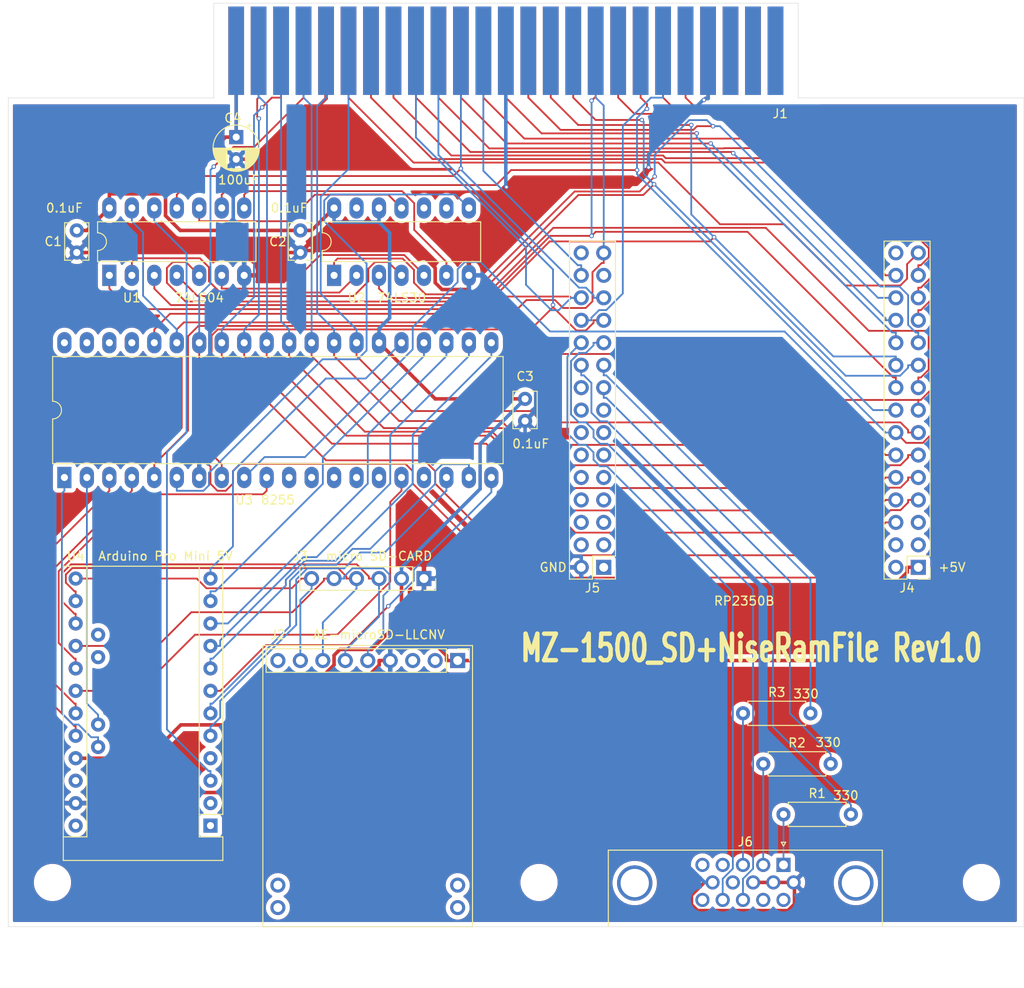
<source format=kicad_pcb>
(kicad_pcb (version 20171130) (host pcbnew "(5.1.9)-1")
  (layers (0 F.Cu signal) (31 B.Cu signal) (34 B.Paste user) (35 F.Paste user) (36 B.SilkS user hide) (37 F.SilkS user) (38 B.Mask user) (39 F.Mask user) (44 Edge.Cuts user))
  (net 0 "")
  (net 1 +5V)
  (net 2 GND)
  (net 3 /D0)
  (net 4 /D1)
  (net 5 /D2)
  (net 6 /D3)
  (net 7 /D4)
  (net 8 /D5)
  (net 9 /D6)
  (net 10 /D7)
  (net 11 /A0)
  (net 12 /A1)
  (net 13 /A2)
  (net 14 /A3)
  (net 15 /A4)
  (net 16 /A5)
  (net 17 /A6)
  (net 18 /A7)
  (net 19 /~RD)
  (net 20 /~WR)
  (net 21 "Net-(U1-Pad2)")
  (net 22 "Net-(U1-Pad10)")
  (net 23 "Net-(U1-Pad8)")
  (net 24 "Net-(U1-Pad4)")
  (net 25 "Net-(U1-Pad12)")
  (net 26 "Net-(U1-Pad6)")
  (net 27 /RESET)
  (net 28 /~IORQ)
  (net 29 /SCK)
  (net 30 /MISO)
  (net 31 /MOSI)
  (net 32 /CS)
  (net 33 /A15)
  (net 34 /A14)
  (net 35 /A13)
  (net 36 /A12)
  (net 37 /A11)
  (net 38 /A10)
  (net 39 /A9)
  (net 40 /A8)
  (net 41 /~MREQ)
  (net 42 /~EXWAIT)
  (net 43 "Net-(J6-Pad1)")
  (net 44 "Net-(J6-Pad2)")
  (net 45 "Net-(J6-Pad3)")
  (net 46 "Net-(J5-Pad11)")
  (net 47 "Net-(J5-Pad26)")
  (net 48 "Net-(J5-Pad25)")
  (net 49 "Net-(J5-Pad10)")
  (net 50 "Net-(J5-Pad9)")
  (net 51 "Net-(U2-Pad8)")
  (net 52 "Net-(U3-Pad1)")
  (net 53 "Net-(U3-Pad21)")
  (net 54 "Net-(U3-Pad2)")
  (net 55 "Net-(U3-Pad22)")
  (net 56 "Net-(U3-Pad3)")
  (net 57 "Net-(U3-Pad23)")
  (net 58 "Net-(U3-Pad4)")
  (net 59 "Net-(U3-Pad24)")
  (net 60 "Net-(U3-Pad25)")
  (net 61 "Net-(U3-Pad10)")
  (net 62 "Net-(U3-Pad16)")
  (net 63 "Net-(U3-Pad18)")
  (net 64 "Net-(U3-Pad19)")
  (net 65 "Net-(U3-Pad20)")
  (module MountingHole:MountingHole_3.2mm_M3 (layer F.Cu) (at 180.866 154.385)
    (fp_text reference MH3 hide)
    (fp_text value MountingHole_3.2mm_M3 hide)
    (pad 1 np_thru_hole circle (at 0 0) (size 3.2 3.2) (drill 3.2) (layers *.Cu *.Mask))
  )
  (module MountingHole:MountingHole_3.2mm_M3 (layer F.Cu) (at 75.866 154.385)
    (fp_text reference MH1 hide)
    (fp_text value MountingHole_3.2mm_M3 hide)
    (pad 1 np_thru_hole circle (at 0 0) (size 3.2 3.2) (drill 3.2) (layers *.Cu *.Mask))
  )
  (module MountingHole:MountingHole_3.2mm_M3 (layer F.Cu) (at 130.866 154.385)
    (fp_text reference MH2 hide)
    (fp_text value MountingHole_3.2mm_M3 hide)
    (pad 1 np_thru_hole circle (at 0 0) (size 3.2 3.2) (drill 3.2) (layers *.Cu *.Mask))
  )
  (module Capacitor_THT:C_Rect_L4.0mm_W2.5mm_P2.50mm (layer F.Cu) (at 78.613 80.645 270)
    (fp_text reference C1 (at 1.25 2.667) (layer F.SilkS))
    (fp_text value 0.1uF)
    (pad 2 thru_hole circle (at 2.5 0 270) (size 1.6 1.6) (drill 0.8) (layers *.Cu *.Mask) (net 2 GND))
    (pad 1 thru_hole circle (at 0 0 270) (size 1.6 1.6) (drill 0.8) (layers *.Cu *.Mask) (net 1 +5V))
  )
  (module Capacitor_THT:C_Rect_L4.0mm_W2.5mm_P2.50mm (layer F.Cu) (at 103.886 80.645 270)
    (fp_text reference C2 (at 1.27 2.54) (layer F.SilkS))
    (fp_text value 0.1uF)
    (pad 1 thru_hole circle (at 0 0 270) (size 1.6 1.6) (drill 0.8) (layers *.Cu *.Mask) (net 1 +5V))
    (pad 2 thru_hole circle (at 2.5 0 270) (size 1.6 1.6) (drill 0.8) (layers *.Cu *.Mask) (net 2 GND))
  )
  (module Capacitor_THT:C_Rect_L4.0mm_W2.5mm_P2.50mm (layer F.Cu) (at 129.286 99.695 270)
    (fp_text reference C3 (at -2.54 0) (layer F.SilkS))
    (fp_text value 0.1uF)
    (pad 1 thru_hole circle (at 0 0 270) (size 1.6 1.6) (drill 0.8) (layers *.Cu *.Mask) (net 1 +5V))
    (pad 2 thru_hole circle (at 2.5 0 270) (size 1.6 1.6) (drill 0.8) (layers *.Cu *.Mask) (net 2 GND))
  )
  (module Connector_PinSocket_2.54mm:PinSocket_1x06_P2.54mm_Vertical (layer F.Cu) (at 117.856 120.015 270)
    (fp_text reference J3 (at -2.54 13.97) (layer F.SilkS))
    (fp_text value "MicroSD Card Adapter")
    (pad 1 thru_hole rect (at 0 0 270) (size 1.7 1.7) (drill 1) (layers *.Cu *.Mask) (net 2 GND))
    (pad 2 thru_hole oval (at 0 2.54 270) (size 1.7 1.7) (drill 1) (layers *.Cu *.Mask) (net 1 +5V))
    (pad 3 thru_hole oval (at 0 5.08 270) (size 1.7 1.7) (drill 1) (layers *.Cu *.Mask) (net 30 /MISO))
    (pad 4 thru_hole oval (at 0 7.62 270) (size 1.7 1.7) (drill 1) (layers *.Cu *.Mask) (net 31 /MOSI))
    (pad 5 thru_hole oval (at 0 10.16 270) (size 1.7 1.7) (drill 1) (layers *.Cu *.Mask) (net 29 /SCK))
    (pad 6 thru_hole oval (at 0 12.7 270) (size 1.7 1.7) (drill 1) (layers *.Cu *.Mask) (net 32 /CS))
  )
  (module Package_DIP:DIP-14_W7.62mm_LongPads (layer F.Cu) (at 107.696 85.725 90)
    (fp_text reference U2 (at -2.54 2.54) (layer F.SilkS))
    (fp_text value 74LS30)
    (pad 14 thru_hole oval (at 7.62 0 90) (size 2.4 1.6) (drill 0.8) (layers *.Cu *.Mask) (net 1 +5V))
    (pad 7 thru_hole oval (at 0 15.24 90) (size 2.4 1.6) (drill 0.8) (layers *.Cu *.Mask) (net 2 GND))
    (pad 13 thru_hole oval (at 7.62 2.54 90) (size 2.4 1.6) (drill 0.8) (layers *.Cu *.Mask))
    (pad 6 thru_hole oval (at 0 12.7 90) (size 2.4 1.6) (drill 0.8) (layers *.Cu *.Mask) (net 23 "Net-(U1-Pad8)"))
    (pad 12 thru_hole oval (at 7.62 5.08 90) (size 2.4 1.6) (drill 0.8) (layers *.Cu *.Mask) (net 1 +5V))
    (pad 5 thru_hole oval (at 0 10.16 90) (size 2.4 1.6) (drill 0.8) (layers *.Cu *.Mask) (net 26 "Net-(U1-Pad6)"))
    (pad 11 thru_hole oval (at 7.62 7.62 90) (size 2.4 1.6) (drill 0.8) (layers *.Cu *.Mask) (net 22 "Net-(U1-Pad10)"))
    (pad 4 thru_hole oval (at 0 7.62 90) (size 2.4 1.6) (drill 0.8) (layers *.Cu *.Mask) (net 24 "Net-(U1-Pad4)"))
    (pad 10 thru_hole oval (at 7.62 10.16 90) (size 2.4 1.6) (drill 0.8) (layers *.Cu *.Mask))
    (pad 3 thru_hole oval (at 0 5.08 90) (size 2.4 1.6) (drill 0.8) (layers *.Cu *.Mask) (net 16 /A5))
    (pad 9 thru_hole oval (at 7.62 12.7 90) (size 2.4 1.6) (drill 0.8) (layers *.Cu *.Mask))
    (pad 2 thru_hole oval (at 0 2.54 90) (size 2.4 1.6) (drill 0.8) (layers *.Cu *.Mask) (net 21 "Net-(U1-Pad2)"))
    (pad 8 thru_hole oval (at 7.62 15.24 90) (size 2.4 1.6) (drill 0.8) (layers *.Cu *.Mask) (net 51 "Net-(U2-Pad8)"))
    (pad 1 thru_hole rect (at 0 0 90) (size 2.4 1.6) (drill 0.8) (layers *.Cu *.Mask) (net 18 /A7))
  )
  (module Package_DIP:DIP-40_W15.24mm_LongPads (layer F.Cu) (at 77.216 108.585 90)
    (fp_text reference U3 (at -2.54 20.32) (layer F.SilkS))
    (fp_text value 8255)
    (pad 1 thru_hole rect (at 0 0 90) (size 2.4 1.6) (drill 0.8) (layers *.Cu *.Mask) (net 52 "Net-(U3-Pad1)"))
    (pad 21 thru_hole oval (at 15.24 48.26 90) (size 2.4 1.6) (drill 0.8) (layers *.Cu *.Mask) (net 53 "Net-(U3-Pad21)"))
    (pad 2 thru_hole oval (at 0 2.54 90) (size 2.4 1.6) (drill 0.8) (layers *.Cu *.Mask) (net 54 "Net-(U3-Pad2)"))
    (pad 22 thru_hole oval (at 15.24 45.72 90) (size 2.4 1.6) (drill 0.8) (layers *.Cu *.Mask) (net 55 "Net-(U3-Pad22)"))
    (pad 3 thru_hole oval (at 0 5.08 90) (size 2.4 1.6) (drill 0.8) (layers *.Cu *.Mask) (net 56 "Net-(U3-Pad3)"))
    (pad 23 thru_hole oval (at 15.24 43.18 90) (size 2.4 1.6) (drill 0.8) (layers *.Cu *.Mask) (net 57 "Net-(U3-Pad23)"))
    (pad 4 thru_hole oval (at 0 7.62 90) (size 2.4 1.6) (drill 0.8) (layers *.Cu *.Mask) (net 58 "Net-(U3-Pad4)"))
    (pad 24 thru_hole oval (at 15.24 40.64 90) (size 2.4 1.6) (drill 0.8) (layers *.Cu *.Mask) (net 59 "Net-(U3-Pad24)"))
    (pad 5 thru_hole oval (at 0 10.16 90) (size 2.4 1.6) (drill 0.8) (layers *.Cu *.Mask) (net 19 /~RD))
    (pad 25 thru_hole oval (at 15.24 38.1 90) (size 2.4 1.6) (drill 0.8) (layers *.Cu *.Mask) (net 60 "Net-(U3-Pad25)"))
    (pad 6 thru_hole oval (at 0 12.7 90) (size 2.4 1.6) (drill 0.8) (layers *.Cu *.Mask) (net 51 "Net-(U2-Pad8)"))
    (pad 26 thru_hole oval (at 15.24 35.56 90) (size 2.4 1.6) (drill 0.8) (layers *.Cu *.Mask) (net 1 +5V))
    (pad 7 thru_hole oval (at 0 15.24 90) (size 2.4 1.6) (drill 0.8) (layers *.Cu *.Mask) (net 2 GND))
    (pad 27 thru_hole oval (at 15.24 33.02 90) (size 2.4 1.6) (drill 0.8) (layers *.Cu *.Mask) (net 10 /D7))
    (pad 8 thru_hole oval (at 0 17.78 90) (size 2.4 1.6) (drill 0.8) (layers *.Cu *.Mask) (net 12 /A1))
    (pad 28 thru_hole oval (at 15.24 30.48 90) (size 2.4 1.6) (drill 0.8) (layers *.Cu *.Mask) (net 9 /D6))
    (pad 9 thru_hole oval (at 0 20.32 90) (size 2.4 1.6) (drill 0.8) (layers *.Cu *.Mask) (net 11 /A0))
    (pad 29 thru_hole oval (at 15.24 27.94 90) (size 2.4 1.6) (drill 0.8) (layers *.Cu *.Mask) (net 8 /D5))
    (pad 10 thru_hole oval (at 0 22.86 90) (size 2.4 1.6) (drill 0.8) (layers *.Cu *.Mask) (net 61 "Net-(U3-Pad10)"))
    (pad 30 thru_hole oval (at 15.24 25.4 90) (size 2.4 1.6) (drill 0.8) (layers *.Cu *.Mask) (net 7 /D4))
    (pad 11 thru_hole oval (at 0 25.4 90) (size 2.4 1.6) (drill 0.8) (layers *.Cu *.Mask))
    (pad 31 thru_hole oval (at 15.24 22.86 90) (size 2.4 1.6) (drill 0.8) (layers *.Cu *.Mask) (net 6 /D3))
    (pad 12 thru_hole oval (at 0 27.94 90) (size 2.4 1.6) (drill 0.8) (layers *.Cu *.Mask))
    (pad 32 thru_hole oval (at 15.24 20.32 90) (size 2.4 1.6) (drill 0.8) (layers *.Cu *.Mask) (net 5 /D2))
    (pad 13 thru_hole oval (at 0 30.48 90) (size 2.4 1.6) (drill 0.8) (layers *.Cu *.Mask))
    (pad 33 thru_hole oval (at 15.24 17.78 90) (size 2.4 1.6) (drill 0.8) (layers *.Cu *.Mask) (net 4 /D1))
    (pad 14 thru_hole oval (at 0 33.02 90) (size 2.4 1.6) (drill 0.8) (layers *.Cu *.Mask))
    (pad 34 thru_hole oval (at 15.24 15.24 90) (size 2.4 1.6) (drill 0.8) (layers *.Cu *.Mask) (net 3 /D0))
    (pad 15 thru_hole oval (at 0 35.56 90) (size 2.4 1.6) (drill 0.8) (layers *.Cu *.Mask))
    (pad 35 thru_hole oval (at 15.24 12.7 90) (size 2.4 1.6) (drill 0.8) (layers *.Cu *.Mask) (net 27 /RESET))
    (pad 16 thru_hole oval (at 0 38.1 90) (size 2.4 1.6) (drill 0.8) (layers *.Cu *.Mask) (net 62 "Net-(U3-Pad16)"))
    (pad 36 thru_hole oval (at 15.24 10.16 90) (size 2.4 1.6) (drill 0.8) (layers *.Cu *.Mask) (net 20 /~WR))
    (pad 17 thru_hole oval (at 0 40.64 90) (size 2.4 1.6) (drill 0.8) (layers *.Cu *.Mask))
    (pad 37 thru_hole oval (at 15.24 7.62 90) (size 2.4 1.6) (drill 0.8) (layers *.Cu *.Mask))
    (pad 18 thru_hole oval (at 0 43.18 90) (size 2.4 1.6) (drill 0.8) (layers *.Cu *.Mask) (net 63 "Net-(U3-Pad18)"))
    (pad 38 thru_hole oval (at 15.24 5.08 90) (size 2.4 1.6) (drill 0.8) (layers *.Cu *.Mask))
    (pad 19 thru_hole oval (at 0 45.72 90) (size 2.4 1.6) (drill 0.8) (layers *.Cu *.Mask) (net 64 "Net-(U3-Pad19)"))
    (pad 39 thru_hole oval (at 15.24 2.54 90) (size 2.4 1.6) (drill 0.8) (layers *.Cu *.Mask))
    (pad 20 thru_hole oval (at 0 48.26 90) (size 2.4 1.6) (drill 0.8) (layers *.Cu *.Mask) (net 65 "Net-(U3-Pad20)"))
    (pad 40 thru_hole oval (at 15.24 0 90) (size 2.4 1.6) (drill 0.8) (layers *.Cu *.Mask))
  )
  (module MZ-1500:AE-microSD-LLCNV (layer F.Cu) (at 101.346 129.286 90)
    (fp_text reference J2 (at 2.921 0) (layer F.SilkS))
    (fp_text value Micro_SD_Card_Kit)
    (fp_text user AE-microSD-LLCNV (at 2.921 11.43) (layer F.SilkS))
    (pad 1 thru_hole rect (at 0 20.32 270) (size 1.7 1.7) (drill 1) (layers *.Cu *.Mask) (net 1 +5V))
    (pad 2 thru_hole oval (at 0 17.78 270) (size 1.7 1.7) (drill 1) (layers *.Cu *.Mask))
    (pad 3 thru_hole oval (at 0 15.24 270) (size 1.7 1.7) (drill 1) (layers *.Cu *.Mask))
    (pad 4 thru_hole oval (at 0 12.7 270) (size 1.7 1.7) (drill 1) (layers *.Cu *.Mask) (net 2 GND))
    (pad 5 thru_hole oval (at 0 10.16 270) (size 1.7 1.7) (drill 1) (layers *.Cu *.Mask) (net 29 /SCK))
    (pad 6 thru_hole oval (at 0 7.62 270) (size 1.7 1.7) (drill 1) (layers *.Cu *.Mask) (net 30 /MISO))
    (pad 7 thru_hole oval (at 0 5.08 270) (size 1.7 1.7) (drill 1) (layers *.Cu *.Mask) (net 31 /MOSI))
    (pad 8 thru_hole oval (at 0 2.54 270) (size 1.7 1.7) (drill 1) (layers *.Cu *.Mask) (net 32 /CS))
    (pad 9 thru_hole oval (at 0 0 270) (size 1.7 1.7) (drill 1) (layers *.Cu *.Mask))
    (pad "" thru_hole oval (at -27.94 0 90) (size 1.7 1.7) (drill 1) (layers *.Cu *.Mask))
    (pad "" thru_hole oval (at -25.4 0 90) (size 1.7 1.7) (drill 1) (layers *.Cu *.Mask))
    (pad "" thru_hole oval (at -27.94 20.32 90) (size 1.7 1.7) (drill 1) (layers *.Cu *.Mask))
    (pad "" thru_hole oval (at -25.4 20.32 90) (size 1.7 1.7) (drill 1) (layers *.Cu *.Mask))
  )
  (module MZ-1500:Arduino_Pro_Mini (layer F.Cu) (at 93.726 147.955 180)
    (fp_text reference U4 (at 15.24 30.48) (layer F.SilkS))
    (fp_text value Arduino_Pro_Mini)
    (pad 1 thru_hole rect (at 0 0 180) (size 1.6 1.6) (drill 0.8) (layers *.Cu *.Mask))
    (pad 2 thru_hole oval (at 0 2.54 180) (size 1.6 1.6) (drill 0.8) (layers *.Cu *.Mask))
    (pad 3 thru_hole oval (at 0 5.08 180) (size 1.6 1.6) (drill 0.8) (layers *.Cu *.Mask) (net 25 "Net-(U1-Pad12)"))
    (pad 13 thru_hole oval (at 15.24 27.94 180) (size 1.6 1.6) (drill 0.8) (layers *.Cu *.Mask) (net 32 /CS))
    (pad 4 thru_hole oval (at 0 7.62 180) (size 1.6 1.6) (drill 0.8) (layers *.Cu *.Mask))
    (pad 14 thru_hole oval (at 15.24 25.4 180) (size 1.6 1.6) (drill 0.8) (layers *.Cu *.Mask) (net 31 /MOSI))
    (pad 5 thru_hole oval (at 0 10.16 180) (size 1.6 1.6) (drill 0.8) (layers *.Cu *.Mask) (net 63 "Net-(U3-Pad18)"))
    (pad 15 thru_hole oval (at 15.24 22.86 180) (size 1.6 1.6) (drill 0.8) (layers *.Cu *.Mask) (net 30 /MISO))
    (pad 6 thru_hole oval (at 0 12.7 180) (size 1.6 1.6) (drill 0.8) (layers *.Cu *.Mask) (net 64 "Net-(U3-Pad19)"))
    (pad 16 thru_hole oval (at 15.24 20.32 180) (size 1.6 1.6) (drill 0.8) (layers *.Cu *.Mask) (net 29 /SCK))
    (pad 7 thru_hole oval (at 0 15.24 180) (size 1.6 1.6) (drill 0.8) (layers *.Cu *.Mask) (net 65 "Net-(U3-Pad20)"))
    (pad 17 thru_hole oval (at 15.24 17.78 180) (size 1.6 1.6) (drill 0.8) (layers *.Cu *.Mask) (net 61 "Net-(U3-Pad10)"))
    (pad 8 thru_hole oval (at 0 17.78 180) (size 1.6 1.6) (drill 0.8) (layers *.Cu *.Mask) (net 53 "Net-(U3-Pad21)"))
    (pad 18 thru_hole oval (at 15.24 15.24 180) (size 1.6 1.6) (drill 0.8) (layers *.Cu *.Mask) (net 62 "Net-(U3-Pad16)"))
    (pad 9 thru_hole oval (at 0 20.32 180) (size 1.6 1.6) (drill 0.8) (layers *.Cu *.Mask) (net 55 "Net-(U3-Pad22)"))
    (pad 19 thru_hole oval (at 15.24 12.7 180) (size 1.6 1.6) (drill 0.8) (layers *.Cu *.Mask) (net 58 "Net-(U3-Pad4)"))
    (pad 10 thru_hole oval (at 0 22.86 180) (size 1.6 1.6) (drill 0.8) (layers *.Cu *.Mask) (net 57 "Net-(U3-Pad23)"))
    (pad 20 thru_hole oval (at 15.24 10.16 180) (size 1.6 1.6) (drill 0.8) (layers *.Cu *.Mask) (net 56 "Net-(U3-Pad3)"))
    (pad 11 thru_hole oval (at 0 25.4 180) (size 1.6 1.6) (drill 0.8) (layers *.Cu *.Mask) (net 59 "Net-(U3-Pad24)"))
    (pad 21 thru_hole oval (at 15.24 7.62 180) (size 1.6 1.6) (drill 0.8) (layers *.Cu *.Mask) (net 1 +5V))
    (pad 12 thru_hole oval (at 0 27.94 180) (size 1.6 1.6) (drill 0.8) (layers *.Cu *.Mask) (net 60 "Net-(U3-Pad25)"))
    (pad 22 thru_hole oval (at 15.24 5.08 180) (size 1.6 1.6) (drill 0.8) (layers *.Cu *.Mask))
    (pad 23 thru_hole oval (at 15.24 2.54 180) (size 1.6 1.6) (drill 0.8) (layers *.Cu *.Mask) (net 2 GND))
    (pad 24 thru_hole oval (at 15.24 0 180) (size 1.6 1.6) (drill 0.8) (layers *.Cu *.Mask))
    (pad A5 thru_hole oval (at 12.7 8.89 180) (size 1.6 1.6) (drill 0.8) (layers *.Cu *.Mask) (net 52 "Net-(U3-Pad1)"))
    (pad A4 thru_hole oval (at 12.7 11.43 180) (size 1.6 1.6) (drill 0.8) (layers *.Cu *.Mask) (net 54 "Net-(U3-Pad2)"))
    (pad A7 thru_hole oval (at 12.7 19.05 180) (size 1.6 1.6) (drill 0.8) (layers *.Cu *.Mask))
    (pad A6 thru_hole oval (at 12.7 21.59 180) (size 1.6 1.6) (drill 0.8) (layers *.Cu *.Mask))
  )
  (module MZ-1500:BUS_50Pin (layer F.Cu) (at 172.83 61.595)
    (fp_text reference J1 (at -14.7 5.845) (layer F.SilkS))
    (fp_text value "MZ-1500 BUS")
    (pad 2 connect rect (at -76.2 -1.27) (size 1.78 10) (layers F.Cu F.Mask) (net 1 +5V))
    (pad 4 connect rect (at -73.66 -1.27) (size 1.78 10) (layers F.Cu F.Mask) (net 5 /D2))
    (pad 6 connect rect (at -71.12 -1.27) (size 1.78 10) (layers F.Cu F.Mask) (net 4 /D1))
    (pad 8 connect rect (at -68.58 -1.27) (size 1.78 10) (layers F.Cu F.Mask) (net 3 /D0))
    (pad 10 connect rect (at -66.04 -1.27) (size 1.78 10) (layers F.Cu F.Mask) (net 2 GND))
    (pad 12 connect rect (at -63.5 -1.27) (size 1.78 10) (layers F.Cu F.Mask) (net 33 /A15))
    (pad 14 connect rect (at -60.96 -1.27) (size 1.78 10) (layers F.Cu F.Mask) (net 34 /A14))
    (pad 16 connect rect (at -58.42 -1.27) (size 1.78 10) (layers F.Cu F.Mask) (net 35 /A13))
    (pad 18 connect rect (at -55.88 -1.27) (size 1.78 10) (layers F.Cu F.Mask) (net 36 /A12))
    (pad 20 connect rect (at -53.34 -1.27) (size 1.78 10) (layers F.Cu F.Mask) (net 37 /A11))
    (pad 22 connect rect (at -50.8 -1.27) (size 1.78 10) (layers F.Cu F.Mask) (net 38 /A10))
    (pad 24 connect rect (at -48.26 -1.27) (size 1.78 10) (layers F.Cu F.Mask) (net 39 /A9))
    (pad 26 connect rect (at -45.72 -1.27) (size 1.78 10) (layers F.Cu F.Mask) (net 40 /A8))
    (pad 28 connect rect (at -43.18 -1.27) (size 1.78 10) (layers F.Cu F.Mask) (net 18 /A7))
    (pad 30 connect rect (at -40.64 -1.27) (size 1.78 10) (layers F.Cu F.Mask) (net 17 /A6))
    (pad 32 connect rect (at -38.1 -1.27) (size 1.78 10) (layers F.Cu F.Mask) (net 16 /A5))
    (pad 34 connect rect (at -35.56 -1.27) (size 1.78 10) (layers F.Cu F.Mask) (net 15 /A4))
    (pad 36 connect rect (at -33.02 -1.27) (size 1.78 10) (layers F.Cu F.Mask) (net 14 /A3))
    (pad 38 connect rect (at -30.48 -1.27) (size 1.78 10) (layers F.Cu F.Mask) (net 13 /A2))
    (pad 40 connect rect (at -27.94 -1.27) (size 1.78 10) (layers F.Cu F.Mask) (net 12 /A1))
    (pad 42 connect rect (at -25.4 -1.27) (size 1.78 10) (layers F.Cu F.Mask) (net 11 /A0))
    (pad 44 connect rect (at -22.86 -1.27) (size 1.78 10) (layers F.Cu F.Mask) (net 2 GND))
    (pad 1 connect rect (at -76.2 -1.27) (size 1.78 10) (layers B.Cu B.Mask) (net 1 +5V))
    (pad 3 connect rect (at -73.66 -1.27) (size 1.78 10) (layers B.Cu B.Mask) (net 6 /D3))
    (pad 5 connect rect (at -71.12 -1.27) (size 1.78 10) (layers B.Cu B.Mask) (net 7 /D4))
    (pad 7 connect rect (at -68.58 -1.27) (size 1.78 10) (layers B.Cu B.Mask) (net 8 /D5))
    (pad 9 connect rect (at -66.04 -1.27) (size 1.78 10) (layers B.Cu B.Mask) (net 9 /D6))
    (pad 11 connect rect (at -63.5 -1.27) (size 1.78 10) (layers B.Cu B.Mask) (net 10 /D7))
    (pad 13 connect rect (at -60.96 -1.27) (size 1.78 10) (layers B.Cu B.Mask))
    (pad 15 connect rect (at -58.42 -1.27) (size 1.78 10) (layers B.Cu B.Mask))
    (pad 17 connect rect (at -55.88 -1.27) (size 1.78 10) (layers B.Cu B.Mask) (net 20 /~WR))
    (pad 19 connect rect (at -53.34 -1.27) (size 1.78 10) (layers B.Cu B.Mask) (net 19 /~RD))
    (pad 21 connect rect (at -50.8 -1.27) (size 1.78 10) (layers B.Cu B.Mask) (net 28 /~IORQ))
    (pad 23 connect rect (at -48.26 -1.27) (size 1.78 10) (layers B.Cu B.Mask) (net 41 /~MREQ))
    (pad 25 connect rect (at -45.72 -1.27) (size 1.78 10) (layers B.Cu B.Mask) (net 2 GND))
    (pad 27 connect rect (at -43.18 -1.27) (size 1.78 10) (layers B.Cu B.Mask))
    (pad 29 connect rect (at -40.64 -1.27) (size 1.78 10) (layers B.Cu B.Mask))
    (pad 31 connect rect (at -38.1 -1.27) (size 1.78 10) (layers B.Cu B.Mask))
    (pad 33 connect rect (at -35.56 -1.27) (size 1.78 10) (layers B.Cu B.Mask) (net 27 /RESET))
    (pad 35 connect rect (at -33.02 -1.27) (size 1.78 10) (layers B.Cu B.Mask))
    (pad 37 connect rect (at -30.48 -1.27) (size 1.78 10) (layers B.Cu B.Mask))
    (pad 39 connect rect (at -27.94 -1.27) (size 1.78 10) (layers B.Cu B.Mask) (net 42 /~EXWAIT))
    (pad 41 connect rect (at -25.4 -1.27) (size 1.78 10) (layers B.Cu B.Mask))
    (pad 43 connect rect (at -22.86 -1.27) (size 1.78 10) (layers B.Cu B.Mask) (net 2 GND))
    (pad 46 connect rect (at -20.32 -1.27) (size 1.78 10) (layers F.Cu F.Mask))
    (pad 48 connect rect (at -17.78 -1.27) (size 1.78 10) (layers F.Cu F.Mask))
    (pad 50 connect rect (at -15.24 -1.27) (size 1.78 10) (layers F.Cu F.Mask))
    (pad 45 connect rect (at -20.32 -1.27) (size 1.78 10) (layers B.Cu B.Mask))
    (pad 47 connect rect (at -17.78 -1.27) (size 1.78 10) (layers B.Cu B.Mask))
    (pad 49 connect rect (at -15.24 -1.27) (size 1.78 10) (layers B.Cu B.Mask))
  )
  (module Capacitor_THT:CP_Radial_D5.0mm_P2.50mm (layer F.Cu) (at 96.6343 70.0913 270)
    (fp_text reference C4 (at -2.1463 0.3683) (layer F.SilkS))
    (fp_text value 100uF)
    (pad 1 thru_hole rect (at 0 0 270) (size 1.6 1.6) (drill 0.8) (layers *.Cu *.Mask) (net 1 +5V))
    (pad 2 thru_hole circle (at 2.5 0 270) (size 1.6 1.6) (drill 0.8) (layers *.Cu *.Mask) (net 2 GND))
  )
  (module Connector_Dsub:DSUB-15-HD_Female_Horizontal_P2.29x1.98mm_EdgePinOffset3.03mm_Housed_MountingHolesOffset4.94mm (layer F.Cu) (at 158.496 152.4)
    (fp_text reference J6 (at -4.315 -2.61) (layer F.SilkS))
    (fp_text value VGA)
    (pad 1 thru_hole rect (at 0 0) (size 1.6 1.6) (drill 1) (layers *.Cu *.Mask) (net 43 "Net-(J6-Pad1)"))
    (pad 2 thru_hole circle (at -2.29 0) (size 1.6 1.6) (drill 1) (layers *.Cu *.Mask) (net 44 "Net-(J6-Pad2)"))
    (pad 3 thru_hole circle (at -4.58 0) (size 1.6 1.6) (drill 1) (layers *.Cu *.Mask) (net 45 "Net-(J6-Pad3)"))
    (pad 4 thru_hole circle (at -6.87 0) (size 1.6 1.6) (drill 1) (layers *.Cu *.Mask))
    (pad 5 thru_hole circle (at -9.16 0) (size 1.6 1.6) (drill 1) (layers *.Cu *.Mask))
    (pad 6 thru_hole circle (at 1.145 1.98) (size 1.6 1.6) (drill 1) (layers *.Cu *.Mask) (net 2 GND))
    (pad 7 thru_hole circle (at -1.145 1.98) (size 1.6 1.6) (drill 1) (layers *.Cu *.Mask) (net 2 GND))
    (pad 8 thru_hole circle (at -3.435 1.98) (size 1.6 1.6) (drill 1) (layers *.Cu *.Mask) (net 2 GND))
    (pad 9 thru_hole circle (at -5.725 1.98) (size 1.6 1.6) (drill 1) (layers *.Cu *.Mask))
    (pad 10 thru_hole circle (at -8.015 1.98) (size 1.6 1.6) (drill 1) (layers *.Cu *.Mask) (net 2 GND))
    (pad 11 thru_hole circle (at 0 3.96) (size 1.6 1.6) (drill 1) (layers *.Cu *.Mask))
    (pad 12 thru_hole circle (at -2.29 3.96) (size 1.6 1.6) (drill 1) (layers *.Cu *.Mask))
    (pad 13 thru_hole circle (at -4.58 3.96) (size 1.6 1.6) (drill 1) (layers *.Cu *.Mask) (net 46 "Net-(J5-Pad11)"))
    (pad 14 thru_hole circle (at -6.87 3.96) (size 1.6 1.6) (drill 1) (layers *.Cu *.Mask) (net 47 "Net-(J5-Pad26)"))
    (pad 15 thru_hole circle (at -9.16 3.96) (size 1.6 1.6) (drill 1) (layers *.Cu *.Mask))
    (pad 0 thru_hole circle (at -16.815 2.05) (size 4 4) (drill 3.2) (layers *.Cu *.Mask))
    (pad 0 thru_hole circle (at 8.185 2.05) (size 4 4) (drill 3.2) (layers *.Cu *.Mask))
  )
  (module Resistor_THT:R_Axial_DIN0207_L6.3mm_D2.5mm_P7.62mm_Horizontal (layer F.Cu) (at 158.496 146.685)
    (fp_text reference R1 (at 3.81 -2.37) (layer F.SilkS))
    (fp_text value 330)
    (pad 1 thru_hole circle (at 0 0) (size 1.6 1.6) (drill 0.8) (layers *.Cu *.Mask) (net 43 "Net-(J6-Pad1)"))
    (pad 2 thru_hole oval (at 7.62 0) (size 1.6 1.6) (drill 0.8) (layers *.Cu *.Mask) (net 48 "Net-(J5-Pad25)"))
  )
  (module Resistor_THT:R_Axial_DIN0207_L6.3mm_D2.5mm_P7.62mm_Horizontal (layer F.Cu) (at 153.924 135.255)
    (fp_text reference R3 (at 3.81 -2.37) (layer F.SilkS))
    (fp_text value 330)
    (pad 2 thru_hole oval (at 7.62 0) (size 1.6 1.6) (drill 0.8) (layers *.Cu *.Mask) (net 49 "Net-(J5-Pad10)"))
    (pad 1 thru_hole circle (at 0 0) (size 1.6 1.6) (drill 0.8) (layers *.Cu *.Mask) (net 45 "Net-(J6-Pad3)"))
  )
  (module Resistor_THT:R_Axial_DIN0207_L6.3mm_D2.5mm_P7.62mm_Horizontal (layer F.Cu) (at 156.21 140.97)
    (fp_text reference R2 (at 3.81 -2.37) (layer F.SilkS))
    (fp_text value 330)
    (pad 1 thru_hole circle (at 0 0) (size 1.6 1.6) (drill 0.8) (layers *.Cu *.Mask) (net 44 "Net-(J6-Pad2)"))
    (pad 2 thru_hole oval (at 7.62 0) (size 1.6 1.6) (drill 0.8) (layers *.Cu *.Mask) (net 50 "Net-(J5-Pad9)"))
  )
  (module Package_DIP:DIP-14_W7.62mm_LongPads (layer F.Cu) (at 82.296 85.725 90)
    (fp_text reference U1 (at -2.54 2.54) (layer F.SilkS))
    (fp_text value 74LS04)
    (pad 1 thru_hole rect (at 0 0 90) (size 2.4 1.6) (drill 0.8) (layers *.Cu *.Mask) (net 17 /A6))
    (pad 8 thru_hole oval (at 7.62 15.24 90) (size 2.4 1.6) (drill 0.8) (layers *.Cu *.Mask) (net 23 "Net-(U1-Pad8)"))
    (pad 2 thru_hole oval (at 0 2.54 90) (size 2.4 1.6) (drill 0.8) (layers *.Cu *.Mask) (net 21 "Net-(U1-Pad2)"))
    (pad 9 thru_hole oval (at 7.62 12.7 90) (size 2.4 1.6) (drill 0.8) (layers *.Cu *.Mask) (net 13 /A2))
    (pad 3 thru_hole oval (at 0 5.08 90) (size 2.4 1.6) (drill 0.8) (layers *.Cu *.Mask) (net 15 /A4))
    (pad 10 thru_hole oval (at 7.62 10.16 90) (size 2.4 1.6) (drill 0.8) (layers *.Cu *.Mask) (net 22 "Net-(U1-Pad10)"))
    (pad 4 thru_hole oval (at 0 7.62 90) (size 2.4 1.6) (drill 0.8) (layers *.Cu *.Mask) (net 24 "Net-(U1-Pad4)"))
    (pad 11 thru_hole oval (at 7.62 7.62 90) (size 2.4 1.6) (drill 0.8) (layers *.Cu *.Mask) (net 28 /~IORQ))
    (pad 5 thru_hole oval (at 0 10.16 90) (size 2.4 1.6) (drill 0.8) (layers *.Cu *.Mask) (net 14 /A3))
    (pad 12 thru_hole oval (at 7.62 5.08 90) (size 2.4 1.6) (drill 0.8) (layers *.Cu *.Mask) (net 25 "Net-(U1-Pad12)"))
    (pad 6 thru_hole oval (at 0 12.7 90) (size 2.4 1.6) (drill 0.8) (layers *.Cu *.Mask) (net 26 "Net-(U1-Pad6)"))
    (pad 13 thru_hole oval (at 7.62 2.54 90) (size 2.4 1.6) (drill 0.8) (layers *.Cu *.Mask) (net 27 /RESET))
    (pad 7 thru_hole oval (at 0 15.24 90) (size 2.4 1.6) (drill 0.8) (layers *.Cu *.Mask) (net 2 GND))
    (pad 14 thru_hole oval (at 7.62 0 90) (size 2.4 1.6) (drill 0.8) (layers *.Cu *.Mask) (net 1 +5V))
  )
  (module MZ-1500:PinHeader_2x15_P2.54mm_Vertical (layer F.Cu) (at 173.736 118.745 180)
    (fp_text reference J4 (at 1.27 -2.33) (layer F.SilkS))
    (fp_text value "RP2350B Left")
    (pad 1 thru_hole rect (at 0 0 180) (size 1.7 1.7) (drill 1) (layers *.Cu *.Mask) (net 1 +5V))
    (pad 16 thru_hole oval (at 2.54 0 180) (size 1.7 1.7) (drill 1) (layers *.Cu *.Mask))
    (pad 2 thru_hole oval (at 0 2.54 180) (size 1.7 1.7) (drill 1) (layers *.Cu *.Mask))
    (pad 17 thru_hole oval (at 2.54 2.54 180) (size 1.7 1.7) (drill 1) (layers *.Cu *.Mask))
    (pad 3 thru_hole oval (at 0 5.08 180) (size 1.7 1.7) (drill 1) (layers *.Cu *.Mask))
    (pad 18 thru_hole oval (at 2.54 5.08 180) (size 1.7 1.7) (drill 1) (layers *.Cu *.Mask) (net 3 /D0))
    (pad 4 thru_hole oval (at 0 7.62 180) (size 1.7 1.7) (drill 1) (layers *.Cu *.Mask) (net 4 /D1))
    (pad 19 thru_hole oval (at 2.54 7.62 180) (size 1.7 1.7) (drill 1) (layers *.Cu *.Mask) (net 5 /D2))
    (pad 5 thru_hole oval (at 0 10.16 180) (size 1.7 1.7) (drill 1) (layers *.Cu *.Mask) (net 6 /D3))
    (pad 20 thru_hole oval (at 2.54 10.16 180) (size 1.7 1.7) (drill 1) (layers *.Cu *.Mask) (net 7 /D4))
    (pad 6 thru_hole oval (at 0 12.7 180) (size 1.7 1.7) (drill 1) (layers *.Cu *.Mask) (net 8 /D5))
    (pad 21 thru_hole oval (at 2.54 12.7 180) (size 1.7 1.7) (drill 1) (layers *.Cu *.Mask) (net 9 /D6))
    (pad 7 thru_hole oval (at 0 15.24 180) (size 1.7 1.7) (drill 1) (layers *.Cu *.Mask) (net 10 /D7))
    (pad 22 thru_hole oval (at 2.54 15.24 180) (size 1.7 1.7) (drill 1) (layers *.Cu *.Mask) (net 11 /A0))
    (pad 8 thru_hole oval (at 0 17.78 180) (size 1.7 1.7) (drill 1) (layers *.Cu *.Mask) (net 12 /A1))
    (pad 23 thru_hole oval (at 2.54 17.78 180) (size 1.7 1.7) (drill 1) (layers *.Cu *.Mask) (net 13 /A2))
    (pad 9 thru_hole oval (at 0 20.32 180) (size 1.7 1.7) (drill 1) (layers *.Cu *.Mask) (net 14 /A3))
    (pad 24 thru_hole oval (at 2.54 20.32 180) (size 1.7 1.7) (drill 1) (layers *.Cu *.Mask) (net 15 /A4))
    (pad 10 thru_hole oval (at 0 22.86 180) (size 1.7 1.7) (drill 1) (layers *.Cu *.Mask) (net 16 /A5))
    (pad 25 thru_hole oval (at 2.54 22.86 180) (size 1.7 1.7) (drill 1) (layers *.Cu *.Mask) (net 17 /A6))
    (pad 11 thru_hole oval (at 0 25.4 180) (size 1.7 1.7) (drill 1) (layers *.Cu *.Mask) (net 18 /A7))
    (pad 26 thru_hole oval (at 2.54 25.4 180) (size 1.7 1.7) (drill 1) (layers *.Cu *.Mask) (net 40 /A8))
    (pad 12 thru_hole oval (at 0 27.94 180) (size 1.7 1.7) (drill 1) (layers *.Cu *.Mask) (net 39 /A9))
    (pad 27 thru_hole oval (at 2.54 27.94 180) (size 1.7 1.7) (drill 1) (layers *.Cu *.Mask) (net 38 /A10))
    (pad 13 thru_hole oval (at 0 30.48 180) (size 1.7 1.7) (drill 1) (layers *.Cu *.Mask) (net 37 /A11))
    (pad 28 thru_hole oval (at 2.54 30.48 180) (size 1.7 1.7) (drill 1) (layers *.Cu *.Mask) (net 36 /A12))
    (pad 14 thru_hole oval (at 0 33.02 180) (size 1.7 1.7) (drill 1) (layers *.Cu *.Mask) (net 35 /A13))
    (pad 29 thru_hole oval (at 2.54 33.02 180) (size 1.7 1.7) (drill 1) (layers *.Cu *.Mask) (net 34 /A14))
    (pad 15 thru_hole oval (at 0 35.56 180) (size 1.7 1.7) (drill 1) (layers *.Cu *.Mask) (net 33 /A15))
    (pad 30 thru_hole oval (at 2.54 35.56 180) (size 1.7 1.7) (drill 1) (layers *.Cu *.Mask))
  )
  (module MZ-1500:PinHeader_2x15_P2.54mm_Vertical (layer F.Cu) (at 138.176 118.745 180)
    (fp_text reference J5 (at 1.27 -2.33) (layer F.SilkS))
    (fp_text value "RP2350B Right")
    (pad 30 thru_hole oval (at 2.54 35.56 180) (size 1.7 1.7) (drill 1) (layers *.Cu *.Mask))
    (pad 15 thru_hole oval (at 0 35.56 180) (size 1.7 1.7) (drill 1) (layers *.Cu *.Mask) (net 27 /RESET))
    (pad 29 thru_hole oval (at 2.54 33.02 180) (size 1.7 1.7) (drill 1) (layers *.Cu *.Mask) (net 41 /~MREQ))
    (pad 14 thru_hole oval (at 0 33.02 180) (size 1.7 1.7) (drill 1) (layers *.Cu *.Mask))
    (pad 28 thru_hole oval (at 2.54 30.48 180) (size 1.7 1.7) (drill 1) (layers *.Cu *.Mask) (net 20 /~WR))
    (pad 13 thru_hole oval (at 0 30.48 180) (size 1.7 1.7) (drill 1) (layers *.Cu *.Mask) (net 28 /~IORQ))
    (pad 27 thru_hole oval (at 2.54 27.94 180) (size 1.7 1.7) (drill 1) (layers *.Cu *.Mask) (net 42 /~EXWAIT))
    (pad 12 thru_hole oval (at 0 27.94 180) (size 1.7 1.7) (drill 1) (layers *.Cu *.Mask) (net 19 /~RD))
    (pad 26 thru_hole oval (at 2.54 25.4 180) (size 1.7 1.7) (drill 1) (layers *.Cu *.Mask) (net 47 "Net-(J5-Pad26)"))
    (pad 11 thru_hole oval (at 0 25.4 180) (size 1.7 1.7) (drill 1) (layers *.Cu *.Mask) (net 46 "Net-(J5-Pad11)"))
    (pad 25 thru_hole oval (at 2.54 22.86 180) (size 1.7 1.7) (drill 1) (layers *.Cu *.Mask) (net 48 "Net-(J5-Pad25)"))
    (pad 10 thru_hole oval (at 0 22.86 180) (size 1.7 1.7) (drill 1) (layers *.Cu *.Mask) (net 49 "Net-(J5-Pad10)"))
    (pad 24 thru_hole oval (at 2.54 20.32 180) (size 1.7 1.7) (drill 1) (layers *.Cu *.Mask))
    (pad 9 thru_hole oval (at 0 20.32 180) (size 1.7 1.7) (drill 1) (layers *.Cu *.Mask) (net 50 "Net-(J5-Pad9)"))
    (pad 23 thru_hole oval (at 2.54 17.78 180) (size 1.7 1.7) (drill 1) (layers *.Cu *.Mask))
    (pad 8 thru_hole oval (at 0 17.78 180) (size 1.7 1.7) (drill 1) (layers *.Cu *.Mask))
    (pad 22 thru_hole oval (at 2.54 15.24 180) (size 1.7 1.7) (drill 1) (layers *.Cu *.Mask))
    (pad 7 thru_hole oval (at 0 15.24 180) (size 1.7 1.7) (drill 1) (layers *.Cu *.Mask))
    (pad 21 thru_hole oval (at 2.54 12.7 180) (size 1.7 1.7) (drill 1) (layers *.Cu *.Mask))
    (pad 6 thru_hole oval (at 0 12.7 180) (size 1.7 1.7) (drill 1) (layers *.Cu *.Mask))
    (pad 20 thru_hole oval (at 2.54 10.16 180) (size 1.7 1.7) (drill 1) (layers *.Cu *.Mask))
    (pad 5 thru_hole oval (at 0 10.16 180) (size 1.7 1.7) (drill 1) (layers *.Cu *.Mask))
    (pad 19 thru_hole oval (at 2.54 7.62 180) (size 1.7 1.7) (drill 1) (layers *.Cu *.Mask))
    (pad 4 thru_hole oval (at 0 7.62 180) (size 1.7 1.7) (drill 1) (layers *.Cu *.Mask))
    (pad 18 thru_hole oval (at 2.54 5.08 180) (size 1.7 1.7) (drill 1) (layers *.Cu *.Mask))
    (pad 3 thru_hole oval (at 0 5.08 180) (size 1.7 1.7) (drill 1) (layers *.Cu *.Mask))
    (pad 17 thru_hole oval (at 2.54 2.54 180) (size 1.7 1.7) (drill 1) (layers *.Cu *.Mask))
    (pad 2 thru_hole oval (at 0 2.54 180) (size 1.7 1.7) (drill 1) (layers *.Cu *.Mask))
    (pad 16 thru_hole oval (at 2.54 0 180) (size 1.7 1.7) (drill 1) (layers *.Cu *.Mask) (net 2 GND))
    (pad 1 thru_hole rect (at 0 0 180) (size 1.7 1.7) (drill 1) (layers *.Cu *.Mask))
  )
  (gr_text "MZ-1500_SD+NiseRamFile Rev1.0" (at 154.866 127.885) (layer F.SilkS) (effects (font (size 3 2) (thickness 0.5))))
  (gr_text 330 (at 165.551 144.555) (layer F.SilkS) (effects (font (size 1 1))))
  (gr_text 330 (at 163.551 138.555) (layer F.SilkS) (effects (font (size 1 1))))
  (gr_text 330 (at 161.051 133.055) (layer F.SilkS) (effects (font (size 1 1))))
  (gr_text RP2350B (at 154.051 122.555) (layer F.SilkS) (effects (font (size 1 1))))
  (gr_text GND (at 132.461 118.745) (layer F.SilkS) (effects (font (size 1 1))))
  (gr_text +5V (at 177.546 118.745) (layer F.SilkS) (effects (font (size 1 1))))
  (gr_text 74LS04 (at 92.456 88.265) (layer F.SilkS) (effects (font (size 1 1))))
  (gr_line (start 160.147 65.659) (end 185.674 65.659) (layer Edge.Cuts) (width 0.05))
  (gr_line (start 160.147 54.94) (end 160.147 65.659) (layer Edge.Cuts) (width 0.05))
  (gr_line (start 94.107 65.659) (end 70.866 65.659) (layer Edge.Cuts) (width 0.05))
  (gr_line (start 94.107 54.94) (end 94.107 65.659) (layer Edge.Cuts) (width 0.05))
  (gr_line (start 70.866 65.659) (end 70.866 159.385) (layer Edge.Cuts) (width 0.05))
  (gr_line (start 185.674 159.385) (end 185.674 65.659) (layer Edge.Cuts) (width 0.05))
  (gr_line (start 70.866 159.385) (end 185.674 159.385) (layer Edge.Cuts) (width 0.05))
  (gr_line (start 160.147 54.94) (end 94.107 54.94) (layer Edge.Cuts) (width 0.05))
  (gr_text "micro SD-CARD" (at 112.776 117.475) (layer F.SilkS) (effects (font (size 1 1))))
  (gr_text "Arduino Pro Mini 5V" (at 88.646 117.475) (layer F.SilkS) (effects (font (size 1 1))))
  (gr_text 8255 (at 101.346 111.125) (layer F.SilkS) (effects (font (size 1 1))))
  (gr_text 74LS30 (at 115.316 88.265) (layer F.SilkS) (effects (font (size 1 1))))
  (gr_text 0.1uF (at 129.921 104.775) (layer F.SilkS) (effects (font (size 1 1))))
  (gr_text 0.1uF (at 102.616 78.105) (layer F.SilkS) (effects (font (size 1 1))))
  (gr_text 0.1uF (at 77.216 78.105) (layer F.SilkS) (effects (font (size 1 1))))
  (gr_text 100uF (at 96.901 74.93) (layer F.SilkS) (effects (font (size 1 1))))
  (segment (start 121.666 129.286) (end 120.4157 129.286) (width 0.4) (layer F.Cu) (net 1))
  (segment (start 115.316 124.6505) (end 116.3272 124.6505) (width 0.4) (layer F.Cu) (net 1))
  (segment (start 116.3272 124.6505) (end 120.4157 128.739) (width 0.4) (layer F.Cu) (net 1))
  (segment (start 120.4157 128.739) (end 120.4157 129.286) (width 0.4) (layer F.Cu) (net 1))
  (segment (start 115.316 124.6505) (end 115.316 121.2653) (width 0.4) (layer F.Cu) (net 1))
  (segment (start 78.486 140.335) (end 86.6058 140.335) (width 0.4) (layer F.Cu) (net 1))
  (segment (start 86.6058 140.335) (end 90.3775 136.5633) (width 0.4) (layer F.Cu) (net 1))
  (segment (start 90.3775 136.5633) (end 100.9169 136.5633) (width 0.4) (layer F.Cu) (net 1))
  (segment (start 100.9169 136.5633) (end 107.696 129.7842) (width 0.4) (layer F.Cu) (net 1))
  (segment (start 107.696 129.7842) (end 107.696 128.6913) (width 0.4) (layer F.Cu) (net 1))
  (segment (start 107.696 128.6913) (end 108.3516 128.0357) (width 0.4) (layer F.Cu) (net 1))
  (segment (start 108.3516 128.0357) (end 111.9308 128.0357) (width 0.4) (layer F.Cu) (net 1))
  (segment (start 111.9308 128.0357) (end 115.316 124.6505) (width 0.4) (layer F.Cu) (net 1))
  (segment (start 173.736 118.745) (end 172.4857 118.745) (width 0.4) (layer F.Cu) (net 1))
  (segment (start 121.666 129.286) (end 162.4917 129.286) (width 0.4) (layer F.Cu) (net 1))
  (segment (start 162.4917 129.286) (end 172.4857 119.292) (width 0.4) (layer F.Cu) (net 1))
  (segment (start 172.4857 119.292) (end 172.4857 118.745) (width 0.4) (layer F.Cu) (net 1))
  (segment (start 112.776 91.7447) (end 113.9765 90.5442) (width 0.4) (layer B.Cu) (net 1))
  (segment (start 113.9765 90.5442) (end 113.9765 80.9058) (width 0.4) (layer B.Cu) (net 1))
  (segment (start 113.9765 80.9058) (end 112.776 79.7053) (width 0.4) (layer B.Cu) (net 1))
  (segment (start 88.646 76.5047) (end 88.646 78.9804) (width 0.4) (layer F.Cu) (net 1))
  (segment (start 88.646 78.9804) (end 90.3106 80.645) (width 0.4) (layer F.Cu) (net 1))
  (segment (start 90.3106 80.645) (end 103.886 80.645) (width 0.4) (layer F.Cu) (net 1))
  (segment (start 88.646 76.5047) (end 89.0206 76.5047) (width 0.4) (layer F.Cu) (net 1))
  (segment (start 89.0206 76.5047) (end 95.434 70.0913) (width 0.4) (layer F.Cu) (net 1))
  (segment (start 82.296 76.5047) (end 88.646 76.5047) (width 0.4) (layer F.Cu) (net 1))
  (segment (start 115.316 120.015) (end 115.316 121.2653) (width 0.4) (layer F.Cu) (net 1))
  (segment (start 115.316 120.015) (end 115.316 118.7647) (width 0.4) (layer B.Cu) (net 1))
  (segment (start 129.286 99.695) (end 124.206 104.775) (width 0.4) (layer B.Cu) (net 1))
  (segment (start 124.206 104.775) (end 124.206 109.8747) (width 0.4) (layer B.Cu) (net 1))
  (segment (start 124.206 109.8747) (end 115.316 118.7647) (width 0.4) (layer B.Cu) (net 1))
  (segment (start 78.613 80.645) (end 79.756 80.645) (width 0.4) (layer F.Cu) (net 1))
  (segment (start 79.756 80.645) (end 82.296 78.105) (width 0.4) (layer F.Cu) (net 1))
  (segment (start 96.63 60.325) (end 96.63 65.7253) (width 0.4) (layer B.Cu) (net 1))
  (segment (start 96.6343 70.0913) (end 96.6343 65.7296) (width 0.4) (layer B.Cu) (net 1))
  (segment (start 96.6343 65.7296) (end 96.63 65.7253) (width 0.4) (layer B.Cu) (net 1))
  (segment (start 96.6343 70.0913) (end 95.434 70.0913) (width 0.4) (layer F.Cu) (net 1))
  (segment (start 82.296 78.105) (end 82.296 76.5047) (width 0.4) (layer F.Cu) (net 1))
  (segment (start 107.696 78.105) (end 107.696 79.7053) (width 0.4) (layer B.Cu) (net 1))
  (segment (start 107.696 79.7053) (end 112.776 79.7053) (width 0.4) (layer B.Cu) (net 1))
  (segment (start 112.776 78.105) (end 112.776 79.7053) (width 0.4) (layer B.Cu) (net 1))
  (segment (start 112.776 93.345) (end 112.776 91.7447) (width 0.4) (layer B.Cu) (net 1))
  (segment (start 129.286 99.695) (end 119.126 99.695) (width 0.4) (layer F.Cu) (net 1))
  (segment (start 119.126 99.695) (end 112.776 93.345) (width 0.4) (layer F.Cu) (net 1))
  (segment (start 103.886 80.645) (end 105.156 80.645) (width 0.4) (layer F.Cu) (net 1))
  (segment (start 105.156 80.645) (end 107.696 78.105) (width 0.4) (layer F.Cu) (net 1))
  (segment (start 96.63 60.325) (end 96.63 70.087) (width 0.4) (layer F.Cu) (net 1))
  (segment (start 96.63 70.087) (end 96.6343 70.0913) (width 0.4) (layer F.Cu) (net 1))
  (segment (start 149.5065 65.8895) (end 149.4149 65.8895) (width 0.4) (layer B.Cu) (net 2))
  (segment (start 149.4149 65.8895) (end 143.245 72.0594) (width 0.4) (layer B.Cu) (net 2))
  (segment (start 143.245 72.0594) (end 143.245 73.5222) (width 0.4) (layer B.Cu) (net 2))
  (segment (start 143.245 73.5222) (end 141.0273 75.7399) (width 0.4) (layer F.Cu) (net 2))
  (segment (start 141.0273 75.7399) (end 127.1831 75.7399) (width 0.4) (layer F.Cu) (net 2))
  (segment (start 122.936 84.1247) (end 127.1831 79.8776) (width 0.4) (layer F.Cu) (net 2))
  (segment (start 127.1831 79.8776) (end 127.1831 75.7399) (width 0.4) (layer F.Cu) (net 2))
  (segment (start 122.936 87.3253) (end 119.8985 87.3253) (width 0.4) (layer F.Cu) (net 2))
  (segment (start 119.8985 87.3253) (end 119.126 86.5528) (width 0.4) (layer F.Cu) (net 2))
  (segment (start 119.126 86.5528) (end 119.126 84.8926) (width 0.4) (layer F.Cu) (net 2))
  (segment (start 119.126 84.8926) (end 117.1453 82.9119) (width 0.4) (layer F.Cu) (net 2))
  (segment (start 117.1453 82.9119) (end 104.1191 82.9119) (width 0.4) (layer F.Cu) (net 2))
  (segment (start 104.1191 82.9119) (end 103.886 83.145) (width 0.4) (layer F.Cu) (net 2))
  (segment (start 106.79 60.325) (end 106.79 65.7253) (width 0.4) (layer F.Cu) (net 2))
  (segment (start 96.6343 72.5913) (end 99.924 72.5913) (width 0.4) (layer F.Cu) (net 2))
  (segment (start 99.924 72.5913) (end 106.79 65.7253) (width 0.4) (layer F.Cu) (net 2))
  (segment (start 157.351 154.38) (end 155.061 154.38) (width 0.4) (layer F.Cu) (net 2))
  (segment (start 159.641 154.38) (end 157.351 154.38) (width 0.4) (layer F.Cu) (net 2))
  (segment (start 129.286 102.195) (end 130.4864 100.9946) (width 0.4) (layer B.Cu) (net 2))
  (segment (start 130.4864 100.9946) (end 130.4864 94.8757) (width 0.4) (layer B.Cu) (net 2))
  (segment (start 130.4864 94.8757) (end 122.936 87.3253) (width 0.4) (layer B.Cu) (net 2))
  (segment (start 129.286 113.9521) (end 129.286 102.195) (width 0.4) (layer B.Cu) (net 2))
  (segment (start 122.936 85.725) (end 122.936 87.3253) (width 0.4) (layer B.Cu) (net 2))
  (segment (start 127.1831 75.7399) (end 127.11 75.6668) (width 0.4) (layer B.Cu) (net 2))
  (segment (start 127.11 75.6668) (end 127.11 65.7253) (width 0.4) (layer B.Cu) (net 2))
  (segment (start 149.97 65.7253) (end 149.6707 65.7253) (width 0.4) (layer B.Cu) (net 2))
  (segment (start 149.6707 65.7253) (end 149.5065 65.8895) (width 0.4) (layer B.Cu) (net 2))
  (segment (start 149.5065 65.8895) (end 149.6707 65.7253) (width 0.4) (layer F.Cu) (net 2))
  (segment (start 149.6707 65.7253) (end 149.97 65.7253) (width 0.4) (layer F.Cu) (net 2))
  (segment (start 149.97 60.325) (end 149.97 65.7253) (width 0.4) (layer F.Cu) (net 2))
  (segment (start 149.97 60.325) (end 149.97 65.7253) (width 0.4) (layer B.Cu) (net 2))
  (segment (start 122.936 85.725) (end 122.936 87.3253) (width 0.4) (layer F.Cu) (net 2))
  (segment (start 97.536 84.1247) (end 98.5157 83.145) (width 0.4) (layer F.Cu) (net 2))
  (segment (start 98.5157 83.145) (end 103.886 83.145) (width 0.4) (layer F.Cu) (net 2))
  (segment (start 122.936 85.725) (end 122.936 84.1247) (width 0.4) (layer F.Cu) (net 2))
  (segment (start 127.11 60.325) (end 127.11 65.7253) (width 0.4) (layer B.Cu) (net 2))
  (segment (start 150.481 154.38) (end 149.5445 154.38) (width 0.4) (layer F.Cu) (net 2))
  (segment (start 149.5445 154.38) (end 148.088 155.8365) (width 0.4) (layer F.Cu) (net 2))
  (segment (start 148.088 155.8365) (end 148.088 156.8741) (width 0.4) (layer F.Cu) (net 2))
  (segment (start 148.088 156.8741) (end 148.778 157.5641) (width 0.4) (layer F.Cu) (net 2))
  (segment (start 148.778 157.5641) (end 159.0075 157.5641) (width 0.4) (layer F.Cu) (net 2))
  (segment (start 159.0075 157.5641) (end 159.7384 156.8332) (width 0.4) (layer F.Cu) (net 2))
  (segment (start 159.7384 156.8332) (end 159.7384 154.4774) (width 0.4) (layer F.Cu) (net 2))
  (segment (start 159.7384 154.4774) (end 159.641 154.38) (width 0.4) (layer F.Cu) (net 2))
  (segment (start 97.536 84.1247) (end 96.5563 83.145) (width 0.4) (layer F.Cu) (net 2))
  (segment (start 96.5563 83.145) (end 78.613 83.145) (width 0.4) (layer F.Cu) (net 2))
  (segment (start 97.536 85.725) (end 97.536 84.1247) (width 0.4) (layer F.Cu) (net 2))
  (segment (start 97.536 84.1247) (end 96.3014 82.8901) (width 0.4) (layer B.Cu) (net 2))
  (segment (start 96.3014 82.8901) (end 96.3014 72.9242) (width 0.4) (layer B.Cu) (net 2))
  (segment (start 96.3014 72.9242) (end 96.6343 72.5913) (width 0.4) (layer B.Cu) (net 2))
  (segment (start 129.286 113.9521) (end 125.1692 113.9521) (width 0.4) (layer B.Cu) (net 2))
  (segment (start 125.1692 113.9521) (end 119.1063 120.015) (width 0.4) (layer B.Cu) (net 2))
  (segment (start 135.636 117.4947) (end 132.8286 117.4947) (width 0.4) (layer B.Cu) (net 2))
  (segment (start 132.8286 117.4947) (end 129.286 113.9521) (width 0.4) (layer B.Cu) (net 2))
  (segment (start 117.856 120.015) (end 119.1063 120.015) (width 0.4) (layer B.Cu) (net 2))
  (segment (start 135.636 118.745) (end 135.636 117.4947) (width 0.4) (layer B.Cu) (net 2))
  (segment (start 150.481 154.38) (end 149.5774 154.38) (width 0.4) (layer B.Cu) (net 2))
  (segment (start 149.5774 154.38) (end 135.636 140.4386) (width 0.4) (layer B.Cu) (net 2))
  (segment (start 135.636 140.4386) (end 135.636 118.745) (width 0.4) (layer B.Cu) (net 2))
  (segment (start 97.536 85.725) (end 97.536 87.3253) (width 0.4) (layer B.Cu) (net 2))
  (segment (start 92.456 108.585) (end 92.456 106.9847) (width 0.4) (layer B.Cu) (net 2))
  (segment (start 92.456 106.9847) (end 93.6564 105.7843) (width 0.4) (layer B.Cu) (net 2))
  (segment (start 93.6564 105.7843) (end 93.6564 91.2049) (width 0.4) (layer B.Cu) (net 2))
  (segment (start 93.6564 91.2049) (end 97.536 87.3253) (width 0.4) (layer B.Cu) (net 2))
  (segment (start 117.856 120.015) (end 117.856 121.2653) (width 0.4) (layer B.Cu) (net 2))
  (segment (start 114.046 129.286) (end 114.046 125.0753) (width 0.4) (layer B.Cu) (net 2))
  (segment (start 114.046 125.0753) (end 117.856 121.2653) (width 0.4) (layer B.Cu) (net 2))
  (segment (start 114.046 129.286) (end 112.7957 129.286) (width 0.4) (layer F.Cu) (net 2))
  (segment (start 78.486 145.415) (end 79.6863 145.415) (width 0.4) (layer F.Cu) (net 2))
  (segment (start 79.6863 145.415) (end 80.8866 144.2147) (width 0.4) (layer F.Cu) (net 2))
  (segment (start 80.8866 144.2147) (end 98.3851 144.2147) (width 0.4) (layer F.Cu) (net 2))
  (segment (start 98.3851 144.2147) (end 112.7957 129.8041) (width 0.4) (layer F.Cu) (net 2))
  (segment (start 112.7957 129.8041) (end 112.7957 129.286) (width 0.4) (layer F.Cu) (net 2))
  (segment (start 97.536 85.725) (end 97.536 84.1247) (width 0.4) (layer B.Cu) (net 2))
  (via (at 143.245 73.5222) (size 0.5) (layers F.Cu B.Cu) (net 2))
  (via (at 149.5065 65.8895) (size 0.5) (layers F.Cu B.Cu) (net 2))
  (via (at 127.1831 75.7399) (size 0.5) (layers F.Cu B.Cu) (net 2))
  (segment (start 171.196 113.665) (end 170.0457 113.665) (width 0.2) (layer F.Cu) (net 3))
  (segment (start 170.0457 113.665) (end 163.8067 119.904) (width 0.2) (layer F.Cu) (net 3))
  (segment (start 163.8067 119.904) (end 127.2133 119.904) (width 0.2) (layer F.Cu) (net 3))
  (segment (start 127.2133 119.904) (end 116.586 109.2767) (width 0.2) (layer F.Cu) (net 3))
  (segment (start 116.586 109.2767) (end 116.586 107.8638) (width 0.2) (layer F.Cu) (net 3))
  (segment (start 116.586 107.8638) (end 115.7708 107.0486) (width 0.2) (layer F.Cu) (net 3))
  (segment (start 115.7708 107.0486) (end 97.0735 107.0486) (width 0.2) (layer F.Cu) (net 3))
  (segment (start 97.0735 107.0486) (end 96.266 107.8561) (width 0.2) (layer F.Cu) (net 3))
  (segment (start 96.266 107.8561) (end 96.266 109.2715) (width 0.2) (layer F.Cu) (net 3))
  (segment (start 96.266 109.2715) (end 95.4522 110.0853) (width 0.2) (layer F.Cu) (net 3))
  (segment (start 95.4522 110.0853) (end 94.5128 110.0853) (width 0.2) (layer F.Cu) (net 3))
  (segment (start 94.5128 110.0853) (end 93.726 109.2985) (width 0.2) (layer F.Cu) (net 3))
  (segment (start 93.726 109.2985) (end 93.726 107.3553) (width 0.2) (layer F.Cu) (net 3))
  (segment (start 93.726 107.3553) (end 92.456 106.0853) (width 0.2) (layer F.Cu) (net 3))
  (segment (start 92.456 106.0853) (end 92.456 93.345) (width 0.2) (layer F.Cu) (net 3))
  (segment (start 104.25 60.325) (end 104.25 65.6253) (width 0.2) (layer F.Cu) (net 3))
  (segment (start 94.105 73.4284) (end 96.3338 71.1996) (width 0.2) (layer F.Cu) (net 3))
  (segment (start 96.3338 71.1996) (end 98.6757 71.1996) (width 0.2) (layer F.Cu) (net 3))
  (segment (start 98.6757 71.1996) (end 104.25 65.6253) (width 0.2) (layer F.Cu) (net 3))
  (segment (start 92.456 93.345) (end 92.456 87.9252) (width 0.2) (layer B.Cu) (net 3))
  (segment (start 92.456 87.9252) (end 93.726 86.6552) (width 0.2) (layer B.Cu) (net 3))
  (segment (start 93.726 86.6552) (end 93.726 73.8074) (width 0.2) (layer B.Cu) (net 3))
  (segment (start 93.726 73.8074) (end 94.105 73.4284) (width 0.2) (layer B.Cu) (net 3))
  (via (at 94.105 73.4284) (size 0.5) (layers F.Cu B.Cu) (net 3))
  (segment (start 94.996 93.345) (end 94.996 94.8453) (width 0.2) (layer F.Cu) (net 4))
  (segment (start 173.736 111.125) (end 172.5857 111.125) (width 0.2) (layer F.Cu) (net 4))
  (segment (start 172.5857 111.125) (end 172.5857 111.4127) (width 0.2) (layer F.Cu) (net 4))
  (segment (start 172.5857 111.4127) (end 171.7231 112.2753) (width 0.2) (layer F.Cu) (net 4))
  (segment (start 171.7231 112.2753) (end 170.6006 112.2753) (width 0.2) (layer F.Cu) (net 4))
  (segment (start 170.6006 112.2753) (end 165.4924 117.3835) (width 0.2) (layer F.Cu) (net 4))
  (segment (start 165.4924 117.3835) (end 127.2235 117.3835) (width 0.2) (layer F.Cu) (net 4))
  (segment (start 127.2235 117.3835) (end 119.126 109.286) (width 0.2) (layer F.Cu) (net 4))
  (segment (start 119.126 109.286) (end 119.126 107.8715) (width 0.2) (layer F.Cu) (net 4))
  (segment (start 119.126 107.8715) (end 117.9027 106.6482) (width 0.2) (layer F.Cu) (net 4))
  (segment (start 117.9027 106.6482) (end 106.7989 106.6482) (width 0.2) (layer F.Cu) (net 4))
  (segment (start 106.7989 106.6482) (end 94.996 94.8453) (width 0.2) (layer F.Cu) (net 4))
  (segment (start 101.71 65.6253) (end 100.6675 65.6253) (width 0.2) (layer F.Cu) (net 4))
  (segment (start 100.6675 65.6253) (end 99.5612 66.7316) (width 0.2) (layer F.Cu) (net 4))
  (segment (start 94.996 91.8447) (end 98.6451 88.1956) (width 0.2) (layer B.Cu) (net 4))
  (segment (start 98.6451 88.1956) (end 98.6451 67.6477) (width 0.2) (layer B.Cu) (net 4))
  (segment (start 98.6451 67.6477) (end 99.5612 66.7316) (width 0.2) (layer B.Cu) (net 4))
  (segment (start 94.996 93.345) (end 94.996 91.8447) (width 0.2) (layer B.Cu) (net 4))
  (segment (start 101.71 60.325) (end 101.71 65.6253) (width 0.2) (layer F.Cu) (net 4))
  (via (at 99.5612 66.7316) (size 0.5) (layers F.Cu B.Cu) (net 4))
  (segment (start 170.0457 111.125) (end 166.3508 114.8199) (width 0.2) (layer F.Cu) (net 5))
  (segment (start 166.3508 114.8199) (end 134.9547 114.8199) (width 0.2) (layer F.Cu) (net 5))
  (segment (start 134.9547 114.8199) (end 124.8986 104.7638) (width 0.2) (layer F.Cu) (net 5))
  (segment (start 124.8986 104.7638) (end 107.4545 104.7638) (width 0.2) (layer F.Cu) (net 5))
  (segment (start 107.4545 104.7638) (end 97.536 94.8453) (width 0.2) (layer F.Cu) (net 5))
  (segment (start 99.17 65.6253) (end 99.0078 65.7875) (width 0.2) (layer F.Cu) (net 5))
  (segment (start 99.0078 65.7875) (end 99.0078 67.802) (width 0.2) (layer F.Cu) (net 5))
  (segment (start 99.0078 67.802) (end 99.1959 67.9901) (width 0.2) (layer F.Cu) (net 5))
  (segment (start 97.536 91.8447) (end 99.1959 90.1848) (width 0.2) (layer B.Cu) (net 5))
  (segment (start 99.1959 90.1848) (end 99.1959 67.9901) (width 0.2) (layer B.Cu) (net 5))
  (segment (start 97.536 93.345) (end 97.536 91.8447) (width 0.2) (layer B.Cu) (net 5))
  (segment (start 99.17 60.325) (end 99.17 65.6253) (width 0.2) (layer F.Cu) (net 5))
  (segment (start 97.536 93.345) (end 97.536 94.8453) (width 0.2) (layer F.Cu) (net 5))
  (segment (start 171.196 111.125) (end 170.0457 111.125) (width 0.2) (layer F.Cu) (net 5))
  (via (at 99.1959 67.9901) (size 0.5) (layers F.Cu B.Cu) (net 5))
  (segment (start 100.076 94.8453) (end 109.0872 103.8565) (width 0.2) (layer F.Cu) (net 6))
  (segment (start 109.0872 103.8565) (end 125.4445 103.8565) (width 0.2) (layer F.Cu) (net 6))
  (segment (start 125.4445 103.8565) (end 133.8988 112.3108) (width 0.2) (layer F.Cu) (net 6))
  (segment (start 133.8988 112.3108) (end 167.0783 112.3108) (width 0.2) (layer F.Cu) (net 6))
  (segment (start 167.0783 112.3108) (end 169.6538 109.7353) (width 0.2) (layer F.Cu) (net 6))
  (segment (start 169.6538 109.7353) (end 171.7231 109.7353) (width 0.2) (layer F.Cu) (net 6))
  (segment (start 171.7231 109.7353) (end 172.5857 108.8727) (width 0.2) (layer F.Cu) (net 6))
  (segment (start 172.5857 108.8727) (end 172.5857 108.585) (width 0.2) (layer F.Cu) (net 6))
  (segment (start 100.076 91.8447) (end 100.1143 91.8064) (width 0.2) (layer B.Cu) (net 6))
  (segment (start 100.1143 91.8064) (end 100.1143 66.4422) (width 0.2) (layer B.Cu) (net 6))
  (segment (start 100.1143 66.4422) (end 99.2974 65.6253) (width 0.2) (layer B.Cu) (net 6))
  (segment (start 99.2974 65.6253) (end 99.17 65.6253) (width 0.2) (layer B.Cu) (net 6))
  (segment (start 100.076 93.345) (end 100.076 94.8453) (width 0.2) (layer F.Cu) (net 6))
  (segment (start 173.736 108.585) (end 172.5857 108.585) (width 0.2) (layer F.Cu) (net 6))
  (segment (start 99.17 60.325) (end 99.17 65.6253) (width 0.2) (layer B.Cu) (net 6))
  (segment (start 100.076 93.345) (end 100.076 91.8447) (width 0.2) (layer B.Cu) (net 6))
  (segment (start 102.616 94.8453) (end 111.1725 103.4018) (width 0.2) (layer F.Cu) (net 7))
  (segment (start 111.1725 103.4018) (end 125.556 103.4018) (width 0.2) (layer F.Cu) (net 7))
  (segment (start 125.556 103.4018) (end 131.9341 109.7799) (width 0.2) (layer F.Cu) (net 7))
  (segment (start 131.9341 109.7799) (end 168.8508 109.7799) (width 0.2) (layer F.Cu) (net 7))
  (segment (start 168.8508 109.7799) (end 170.0457 108.585) (width 0.2) (layer F.Cu) (net 7))
  (segment (start 101.71 65.6253) (end 101.71 90.9387) (width 0.2) (layer B.Cu) (net 7))
  (segment (start 101.71 90.9387) (end 102.616 91.8447) (width 0.2) (layer B.Cu) (net 7))
  (segment (start 101.71 60.325) (end 101.71 65.6253) (width 0.2) (layer B.Cu) (net 7))
  (segment (start 102.616 93.345) (end 102.616 91.8447) (width 0.2) (layer B.Cu) (net 7))
  (segment (start 102.616 93.345) (end 102.616 94.8453) (width 0.2) (layer F.Cu) (net 7))
  (segment (start 171.196 108.585) (end 170.0457 108.585) (width 0.2) (layer F.Cu) (net 7))
  (segment (start 105.156 93.345) (end 105.156 94.8453) (width 0.2) (layer F.Cu) (net 8))
  (segment (start 173.736 106.045) (end 172.5857 106.045) (width 0.2) (layer F.Cu) (net 8))
  (segment (start 172.5857 106.045) (end 172.5857 106.3326) (width 0.2) (layer F.Cu) (net 8))
  (segment (start 172.5857 106.3326) (end 171.719 107.1993) (width 0.2) (layer F.Cu) (net 8))
  (segment (start 171.719 107.1993) (end 131.0355 107.1993) (width 0.2) (layer F.Cu) (net 8))
  (segment (start 131.0355 107.1993) (end 126.8376 103.0014) (width 0.2) (layer F.Cu) (net 8))
  (segment (start 126.8376 103.0014) (end 113.3121 103.0014) (width 0.2) (layer F.Cu) (net 8))
  (segment (start 113.3121 103.0014) (end 105.156 94.8453) (width 0.2) (layer F.Cu) (net 8))
  (segment (start 104.25 60.325) (end 104.25 65.6253) (width 0.2) (layer B.Cu) (net 8))
  (segment (start 105.156 93.345) (end 105.156 66.5313) (width 0.2) (layer B.Cu) (net 8))
  (segment (start 105.156 66.5313) (end 104.25 65.6253) (width 0.2) (layer B.Cu) (net 8))
  (segment (start 170.0457 106.045) (end 168.8954 104.8947) (width 0.2) (layer F.Cu) (net 9))
  (segment (start 168.8954 104.8947) (end 129.2971 104.8947) (width 0.2) (layer F.Cu) (net 9))
  (segment (start 129.2971 104.8947) (end 126.6032 102.2008) (width 0.2) (layer F.Cu) (net 9))
  (segment (start 126.6032 102.2008) (end 115.0515 102.2008) (width 0.2) (layer F.Cu) (net 9))
  (segment (start 115.0515 102.2008) (end 107.696 94.8453) (width 0.2) (layer F.Cu) (net 9))
  (segment (start 107.696 93.345) (end 107.696 94.8453) (width 0.2) (layer F.Cu) (net 9))
  (segment (start 171.196 106.045) (end 170.0457 106.045) (width 0.2) (layer F.Cu) (net 9))
  (segment (start 106.79 65.6253) (end 105.7843 66.631) (width 0.2) (layer B.Cu) (net 9))
  (segment (start 105.7843 66.631) (end 105.7843 89.933) (width 0.2) (layer B.Cu) (net 9))
  (segment (start 105.7843 89.933) (end 107.696 91.8447) (width 0.2) (layer B.Cu) (net 9))
  (segment (start 106.79 60.325) (end 106.79 65.6253) (width 0.2) (layer B.Cu) (net 9))
  (segment (start 107.696 93.345) (end 107.696 91.8447) (width 0.2) (layer B.Cu) (net 9))
  (segment (start 110.236 93.345) (end 110.236 94.8453) (width 0.2) (layer F.Cu) (net 10))
  (segment (start 173.736 103.505) (end 172.5857 103.505) (width 0.2) (layer F.Cu) (net 10))
  (segment (start 172.5857 103.505) (end 172.5857 103.2173) (width 0.2) (layer F.Cu) (net 10))
  (segment (start 172.5857 103.2173) (end 171.7231 102.3547) (width 0.2) (layer F.Cu) (net 10))
  (segment (start 171.7231 102.3547) (end 131.2459 102.3547) (width 0.2) (layer F.Cu) (net 10))
  (segment (start 131.2459 102.3547) (end 129.9628 101.0716) (width 0.2) (layer F.Cu) (net 10))
  (segment (start 129.9628 101.0716) (end 116.4623 101.0716) (width 0.2) (layer F.Cu) (net 10))
  (segment (start 116.4623 101.0716) (end 110.236 94.8453) (width 0.2) (layer F.Cu) (net 10))
  (segment (start 109.33 60.325) (end 109.33 73.6848) (width 0.2) (layer B.Cu) (net 10))
  (segment (start 109.33 73.6848) (end 106.1846 76.8302) (width 0.2) (layer B.Cu) (net 10))
  (segment (start 106.1846 76.8302) (end 106.1846 87.7933) (width 0.2) (layer B.Cu) (net 10))
  (segment (start 106.1846 87.7933) (end 110.236 91.8447) (width 0.2) (layer B.Cu) (net 10))
  (segment (start 110.236 93.345) (end 110.236 91.8447) (width 0.2) (layer B.Cu) (net 10))
  (segment (start 171.196 103.505) (end 170.0457 103.505) (width 0.2) (layer B.Cu) (net 11))
  (segment (start 170.0457 103.505) (end 158.6157 92.075) (width 0.2) (layer B.Cu) (net 11))
  (segment (start 158.6157 92.075) (end 132.1129 92.075) (width 0.2) (layer B.Cu) (net 11))
  (segment (start 132.1129 92.075) (end 124.2608 84.2229) (width 0.2) (layer B.Cu) (net 11))
  (segment (start 124.2608 84.2229) (end 122.4693 84.2229) (width 0.2) (layer B.Cu) (net 11))
  (segment (start 122.4693 84.2229) (end 121.666 85.0262) (width 0.2) (layer B.Cu) (net 11))
  (segment (start 121.666 85.0262) (end 121.666 86.4887) (width 0.2) (layer B.Cu) (net 11))
  (segment (start 121.666 86.4887) (end 116.586 91.5687) (width 0.2) (layer B.Cu) (net 11))
  (segment (start 116.586 91.5687) (end 116.586 94.0952) (width 0.2) (layer B.Cu) (net 11))
  (segment (start 116.586 94.0952) (end 104.406 106.2752) (width 0.2) (layer B.Cu) (net 11))
  (segment (start 104.406 106.2752) (end 99.8458 106.2752) (width 0.2) (layer B.Cu) (net 11))
  (segment (start 99.8458 106.2752) (end 97.536 108.585) (width 0.2) (layer B.Cu) (net 11))
  (segment (start 147.43 60.325) (end 147.43 65.6253) (width 0.2) (layer F.Cu) (net 11))
  (segment (start 171.196 103.505) (end 172.359 104.668) (width 0.2) (layer F.Cu) (net 11))
  (segment (start 172.359 104.668) (end 174.2525 104.668) (width 0.2) (layer F.Cu) (net 11))
  (segment (start 174.2525 104.668) (end 177.0308 101.8897) (width 0.2) (layer F.Cu) (net 11))
  (segment (start 177.0308 101.8897) (end 177.0308 81.949) (width 0.2) (layer F.Cu) (net 11))
  (segment (start 177.0308 81.949) (end 161.724 66.6422) (width 0.2) (layer F.Cu) (net 11))
  (segment (start 161.724 66.6422) (end 148.4469 66.6422) (width 0.2) (layer F.Cu) (net 11))
  (segment (start 148.4469 66.6422) (end 147.43 65.6253) (width 0.2) (layer F.Cu) (net 11))
  (segment (start 173.736 99.8147) (end 174.0236 99.8147) (width 0.2) (layer F.Cu) (net 12))
  (segment (start 174.0236 99.8147) (end 176.5986 97.2397) (width 0.2) (layer F.Cu) (net 12))
  (segment (start 176.5986 97.2397) (end 176.5986 82.0832) (width 0.2) (layer F.Cu) (net 12))
  (segment (start 176.5986 82.0832) (end 161.558 67.0426) (width 0.2) (layer F.Cu) (net 12))
  (segment (start 161.558 67.0426) (end 146.3073 67.0426) (width 0.2) (layer F.Cu) (net 12))
  (segment (start 146.3073 67.0426) (end 144.89 65.6253) (width 0.2) (layer F.Cu) (net 12))
  (segment (start 94.996 108.585) (end 94.996 107.0847) (width 0.2) (layer F.Cu) (net 12))
  (segment (start 173.736 99.8147) (end 145.7734 99.8147) (width 0.2) (layer F.Cu) (net 12))
  (segment (start 145.7734 99.8147) (end 140.5737 94.615) (width 0.2) (layer F.Cu) (net 12))
  (segment (start 140.5737 94.615) (end 132.6908 94.615) (width 0.2) (layer F.Cu) (net 12))
  (segment (start 132.6908 94.615) (end 129.9205 91.8447) (width 0.2) (layer F.Cu) (net 12))
  (segment (start 129.9205 91.8447) (end 94.5356 91.8447) (width 0.2) (layer F.Cu) (net 12))
  (segment (start 94.5356 91.8447) (end 93.8557 92.5246) (width 0.2) (layer F.Cu) (net 12))
  (segment (start 93.8557 92.5246) (end 93.8557 105.9444) (width 0.2) (layer F.Cu) (net 12))
  (segment (start 93.8557 105.9444) (end 94.996 107.0847) (width 0.2) (layer F.Cu) (net 12))
  (segment (start 173.736 99.9148) (end 173.736 99.8147) (width 0.2) (layer F.Cu) (net 12))
  (segment (start 173.736 100.965) (end 173.736 99.9148) (width 0.2) (layer F.Cu) (net 12))
  (segment (start 144.89 60.325) (end 144.89 65.6253) (width 0.2) (layer F.Cu) (net 12))
  (segment (start 141.9451 73.8194) (end 141.9451 74.2826) (width 0.2) (layer B.Cu) (net 13))
  (segment (start 141.9451 74.2826) (end 168.6275 100.965) (width 0.2) (layer B.Cu) (net 13))
  (segment (start 168.6275 100.965) (end 171.196 100.965) (width 0.2) (layer B.Cu) (net 13))
  (segment (start 143.064 66.8961) (end 142.9641 66.8961) (width 0.2) (layer B.Cu) (net 13))
  (segment (start 142.9641 66.8961) (end 141.9373 67.9229) (width 0.2) (layer B.Cu) (net 13))
  (segment (start 141.9373 67.9229) (end 141.9373 73.8116) (width 0.2) (layer B.Cu) (net 13))
  (segment (start 141.9373 73.8116) (end 141.9451 73.8194) (width 0.2) (layer B.Cu) (net 13))
  (segment (start 94.996 76.6047) (end 96.0879 75.5128) (width 0.2) (layer F.Cu) (net 13))
  (segment (start 96.0879 75.5128) (end 126.0131 75.5128) (width 0.2) (layer F.Cu) (net 13))
  (segment (start 126.0131 75.5128) (end 127.7065 73.8194) (width 0.2) (layer F.Cu) (net 13))
  (segment (start 127.7065 73.8194) (end 141.9451 73.8194) (width 0.2) (layer F.Cu) (net 13))
  (segment (start 142.35 65.6253) (end 143.064 66.3393) (width 0.2) (layer F.Cu) (net 13))
  (segment (start 143.064 66.3393) (end 143.064 66.8961) (width 0.2) (layer F.Cu) (net 13))
  (segment (start 142.35 60.325) (end 142.35 65.6253) (width 0.2) (layer F.Cu) (net 13))
  (segment (start 94.996 78.105) (end 94.996 76.6047) (width 0.2) (layer F.Cu) (net 13))
  (via (at 143.064 66.8961) (size 0.5) (layers F.Cu B.Cu) (net 13))
  (via (at 141.9451 73.8194) (size 0.5) (layers F.Cu B.Cu) (net 13))
  (segment (start 92.456 85.725) (end 90.9557 84.2247) (width 0.2) (layer F.Cu) (net 14))
  (segment (start 90.9557 84.2247) (end 89.4598 84.2247) (width 0.2) (layer F.Cu) (net 14))
  (segment (start 89.4598 84.2247) (end 88.7986 84.8859) (width 0.2) (layer F.Cu) (net 14))
  (segment (start 88.7986 84.8859) (end 88.7986 86.5796) (width 0.2) (layer F.Cu) (net 14))
  (segment (start 88.7986 86.5796) (end 90.9032 88.6842) (width 0.2) (layer F.Cu) (net 14))
  (segment (start 90.9032 88.6842) (end 124.1385 88.6842) (width 0.2) (layer F.Cu) (net 14))
  (segment (start 124.1385 88.6842) (end 132.4742 80.3485) (width 0.2) (layer F.Cu) (net 14))
  (segment (start 132.4742 80.3485) (end 156.4915 80.3485) (width 0.2) (layer F.Cu) (net 14))
  (segment (start 156.4915 80.3485) (end 168.1412 91.9982) (width 0.2) (layer F.Cu) (net 14))
  (segment (start 168.1412 91.9982) (end 174.9038 91.9982) (width 0.2) (layer F.Cu) (net 14))
  (segment (start 174.9038 91.9982) (end 176.1903 90.7117) (width 0.2) (layer F.Cu) (net 14))
  (segment (start 176.1903 90.7117) (end 176.1903 82.2413) (width 0.2) (layer F.Cu) (net 14))
  (segment (start 176.1903 82.2413) (end 161.4077 67.4587) (width 0.2) (layer F.Cu) (net 14))
  (segment (start 161.4077 67.4587) (end 141.6434 67.4587) (width 0.2) (layer F.Cu) (net 14))
  (segment (start 141.6434 67.4587) (end 139.81 65.6253) (width 0.2) (layer F.Cu) (net 14))
  (segment (start 173.736 97.2747) (end 174.0236 97.2747) (width 0.2) (layer F.Cu) (net 14))
  (segment (start 174.0236 97.2747) (end 174.9038 96.3945) (width 0.2) (layer F.Cu) (net 14))
  (segment (start 174.9038 96.3945) (end 174.9038 91.9982) (width 0.2) (layer F.Cu) (net 14))
  (segment (start 139.81 60.325) (end 139.81 65.6253) (width 0.2) (layer F.Cu) (net 14))
  (segment (start 173.736 98.425) (end 173.736 97.2747) (width 0.2) (layer F.Cu) (net 14))
  (segment (start 87.376 87.2253) (end 89.2353 89.0846) (width 0.2) (layer F.Cu) (net 15))
  (segment (start 89.2353 89.0846) (end 124.3043 89.0846) (width 0.2) (layer F.Cu) (net 15))
  (segment (start 124.3043 89.0846) (end 132.128 81.2609) (width 0.2) (layer F.Cu) (net 15))
  (segment (start 132.128 81.2609) (end 136.8037 81.2609) (width 0.2) (layer F.Cu) (net 15))
  (segment (start 171.196 98.425) (end 171.196 97.2747) (width 0.2) (layer F.Cu) (net 15))
  (segment (start 171.196 97.2747) (end 170.9084 97.2747) (width 0.2) (layer F.Cu) (net 15))
  (segment (start 170.9084 97.2747) (end 154.4325 80.7988) (width 0.2) (layer F.Cu) (net 15))
  (segment (start 154.4325 80.7988) (end 137.2658 80.7988) (width 0.2) (layer F.Cu) (net 15))
  (segment (start 137.2658 80.7988) (end 136.8037 81.2609) (width 0.2) (layer F.Cu) (net 15))
  (segment (start 136.8037 65.9736) (end 136.8037 81.2609) (width 0.2) (layer B.Cu) (net 15))
  (segment (start 87.376 85.725) (end 87.376 87.2253) (width 0.2) (layer F.Cu) (net 15))
  (segment (start 137.27 65.6253) (end 137.152 65.6253) (width 0.2) (layer F.Cu) (net 15))
  (segment (start 137.152 65.6253) (end 136.8037 65.9736) (width 0.2) (layer F.Cu) (net 15))
  (segment (start 137.27 60.325) (end 137.27 65.6253) (width 0.2) (layer F.Cu) (net 15))
  (via (at 136.8037 65.9736) (size 0.5) (layers F.Cu B.Cu) (net 15))
  (via (at 136.8037 81.2609) (size 0.5) (layers F.Cu B.Cu) (net 15))
  (segment (start 143.8644 75.4237) (end 142.6946 74.2539) (width 0.2) (layer B.Cu) (net 16))
  (segment (start 142.6946 74.2539) (end 142.6946 68.3578) (width 0.2) (layer B.Cu) (net 16))
  (segment (start 142.6946 68.3578) (end 142.4876 68.1508) (width 0.2) (layer B.Cu) (net 16))
  (segment (start 172.5857 95.885) (end 172.5857 96.1726) (width 0.2) (layer B.Cu) (net 16))
  (segment (start 172.5857 96.1726) (end 171.6827 97.0756) (width 0.2) (layer B.Cu) (net 16))
  (segment (start 171.6827 97.0756) (end 165.5163 97.0756) (width 0.2) (layer B.Cu) (net 16))
  (segment (start 165.5163 97.0756) (end 143.8644 75.4237) (width 0.2) (layer B.Cu) (net 16))
  (segment (start 112.776 85.725) (end 112.776 87.2253) (width 0.2) (layer F.Cu) (net 16))
  (segment (start 143.8644 75.4237) (end 142.6474 76.6407) (width 0.2) (layer F.Cu) (net 16))
  (segment (start 142.6474 76.6407) (end 135.309 76.6407) (width 0.2) (layer F.Cu) (net 16))
  (segment (start 135.309 76.6407) (end 123.6658 88.2839) (width 0.2) (layer F.Cu) (net 16))
  (segment (start 123.6658 88.2839) (end 113.8346 88.2839) (width 0.2) (layer F.Cu) (net 16))
  (segment (start 113.8346 88.2839) (end 112.776 87.2253) (width 0.2) (layer F.Cu) (net 16))
  (segment (start 173.736 95.885) (end 172.5857 95.885) (width 0.2) (layer B.Cu) (net 16))
  (segment (start 134.73 60.325) (end 134.73 65.6253) (width 0.2) (layer F.Cu) (net 16))
  (segment (start 142.4876 68.1508) (end 137.2555 68.1508) (width 0.2) (layer F.Cu) (net 16))
  (segment (start 137.2555 68.1508) (end 134.73 65.6253) (width 0.2) (layer F.Cu) (net 16))
  (via (at 143.8644 75.4237) (size 0.5) (layers F.Cu B.Cu) (net 16))
  (via (at 142.4876 68.1508) (size 0.5) (layers F.Cu B.Cu) (net 16))
  (segment (start 171.196 94.9005) (end 164.1431 94.9005) (width 0.2) (layer B.Cu) (net 17))
  (segment (start 164.1431 94.9005) (end 150.6464 81.4038) (width 0.2) (layer B.Cu) (net 17))
  (segment (start 148.0716 68.7185) (end 135.2832 68.7185) (width 0.2) (layer F.Cu) (net 17))
  (segment (start 135.2832 68.7185) (end 132.19 65.6253) (width 0.2) (layer F.Cu) (net 17))
  (segment (start 150.6464 81.4038) (end 148.0716 78.829) (width 0.2) (layer B.Cu) (net 17))
  (segment (start 148.0716 78.829) (end 148.0716 68.7185) (width 0.2) (layer B.Cu) (net 17))
  (segment (start 171.196 95.885) (end 171.196 94.9005) (width 0.2) (layer B.Cu) (net 17))
  (segment (start 82.296 85.725) (end 82.296 87.2253) (width 0.2) (layer F.Cu) (net 17))
  (segment (start 82.296 87.2253) (end 84.6157 89.545) (width 0.2) (layer F.Cu) (net 17))
  (segment (start 84.6157 89.545) (end 124.4102 89.545) (width 0.2) (layer F.Cu) (net 17))
  (segment (start 124.4102 89.545) (end 132.0656 81.8896) (width 0.2) (layer F.Cu) (net 17))
  (segment (start 132.0656 81.8896) (end 150.1606 81.8896) (width 0.2) (layer F.Cu) (net 17))
  (segment (start 150.1606 81.8896) (end 150.6464 81.4038) (width 0.2) (layer F.Cu) (net 17))
  (segment (start 132.19 60.325) (end 132.19 65.6253) (width 0.2) (layer F.Cu) (net 17))
  (via (at 150.6464 81.4038) (size 0.5) (layers F.Cu B.Cu) (net 17))
  (via (at 148.0716 68.7185) (size 0.5) (layers F.Cu B.Cu) (net 17))
  (segment (start 143.9344 74.5406) (end 142.2347 76.2403) (width 0.2) (layer F.Cu) (net 18))
  (segment (start 142.2347 76.2403) (end 134.8842 76.2403) (width 0.2) (layer F.Cu) (net 18))
  (segment (start 134.8842 76.2403) (end 123.253 87.8715) (width 0.2) (layer F.Cu) (net 18))
  (segment (start 123.253 87.8715) (end 118.0363 87.8715) (width 0.2) (layer F.Cu) (net 18))
  (segment (start 118.0363 87.8715) (end 116.7277 86.5629) (width 0.2) (layer F.Cu) (net 18))
  (segment (start 116.7277 86.5629) (end 116.7277 85.1089) (width 0.2) (layer F.Cu) (net 18))
  (segment (start 116.7277 85.1089) (end 115.4432 83.8244) (width 0.2) (layer F.Cu) (net 18))
  (segment (start 115.4432 83.8244) (end 108.0963 83.8244) (width 0.2) (layer F.Cu) (net 18))
  (segment (start 108.0963 83.8244) (end 107.696 84.2247) (width 0.2) (layer F.Cu) (net 18))
  (segment (start 150.5262 68.8563) (end 148.7178 68.8563) (width 0.2) (layer F.Cu) (net 18))
  (segment (start 148.7178 68.8563) (end 148.3052 69.2689) (width 0.2) (layer F.Cu) (net 18))
  (segment (start 148.3052 69.2689) (end 133.2936 69.2689) (width 0.2) (layer F.Cu) (net 18))
  (segment (start 133.2936 69.2689) (end 129.65 65.6253) (width 0.2) (layer F.Cu) (net 18))
  (segment (start 150.5262 68.8563) (end 149.8381 68.1682) (width 0.2) (layer B.Cu) (net 18))
  (segment (start 149.8381 68.1682) (end 147.8437 68.1682) (width 0.2) (layer B.Cu) (net 18))
  (segment (start 147.8437 68.1682) (end 143.9344 72.0775) (width 0.2) (layer B.Cu) (net 18))
  (segment (start 143.9344 72.0775) (end 143.9344 74.5406) (width 0.2) (layer B.Cu) (net 18))
  (segment (start 107.696 85.725) (end 107.696 84.2247) (width 0.2) (layer F.Cu) (net 18))
  (segment (start 173.736 92.1947) (end 173.4483 92.1947) (width 0.2) (layer B.Cu) (net 18))
  (segment (start 173.4483 92.1947) (end 172.5857 91.3321) (width 0.2) (layer B.Cu) (net 18))
  (segment (start 172.5857 91.3321) (end 172.5857 87.9662) (width 0.2) (layer B.Cu) (net 18))
  (segment (start 172.5857 87.9662) (end 171.6145 86.995) (width 0.2) (layer B.Cu) (net 18))
  (segment (start 171.6145 86.995) (end 169.4477 86.995) (width 0.2) (layer B.Cu) (net 18))
  (segment (start 169.4477 86.995) (end 151.309 68.8563) (width 0.2) (layer B.Cu) (net 18))
  (segment (start 151.309 68.8563) (end 150.5262 68.8563) (width 0.2) (layer B.Cu) (net 18))
  (segment (start 129.65 60.325) (end 129.65 65.6253) (width 0.2) (layer F.Cu) (net 18))
  (segment (start 173.736 93.345) (end 173.736 92.1947) (width 0.2) (layer B.Cu) (net 18))
  (via (at 143.9344 74.5406) (size 0.5) (layers F.Cu B.Cu) (net 18))
  (via (at 150.5262 68.8563) (size 0.5) (layers F.Cu B.Cu) (net 18))
  (segment (start 132.4448 89.3204) (end 130.3208 91.4444) (width 0.2) (layer F.Cu) (net 19))
  (segment (start 130.3208 91.4444) (end 92.3576 91.4444) (width 0.2) (layer F.Cu) (net 19))
  (segment (start 92.3576 91.4444) (end 91.186 92.616) (width 0.2) (layer F.Cu) (net 19))
  (segment (start 91.186 92.616) (end 91.186 103.2747) (width 0.2) (layer F.Cu) (net 19))
  (segment (start 91.186 103.2747) (end 87.376 107.0847) (width 0.2) (layer F.Cu) (net 19))
  (segment (start 87.376 108.585) (end 87.376 107.0847) (width 0.2) (layer F.Cu) (net 19))
  (segment (start 137.0257 90.805) (end 137.0257 91.0926) (width 0.2) (layer F.Cu) (net 19))
  (segment (start 137.0257 91.0926) (end 136.1525 91.9658) (width 0.2) (layer F.Cu) (net 19))
  (segment (start 136.1525 91.9658) (end 135.0902 91.9658) (width 0.2) (layer F.Cu) (net 19))
  (segment (start 135.0902 91.9658) (end 132.4448 89.3204) (width 0.2) (layer F.Cu) (net 19))
  (segment (start 132.4448 89.3204) (end 132.4448 89.0696) (width 0.2) (layer F.Cu) (net 19))
  (segment (start 138.176 90.805) (end 137.0257 90.805) (width 0.2) (layer F.Cu) (net 19))
  (segment (start 132.4448 89.0696) (end 132.4448 85.0615) (width 0.2) (layer B.Cu) (net 19))
  (segment (start 132.4448 85.0615) (end 119.49 72.1067) (width 0.2) (layer B.Cu) (net 19))
  (segment (start 119.49 72.1067) (end 119.49 60.325) (width 0.2) (layer B.Cu) (net 19))
  (via (at 132.4448 89.0696) (size 0.5) (layers F.Cu B.Cu) (net 19))
  (segment (start 87.376 91.8447) (end 89.1475 90.0732) (width 0.2) (layer F.Cu) (net 20))
  (segment (start 89.1475 90.0732) (end 125.0138 90.0732) (width 0.2) (layer F.Cu) (net 20))
  (segment (start 125.0138 90.0732) (end 126.968 88.119) (width 0.2) (layer F.Cu) (net 20))
  (segment (start 126.968 88.119) (end 134.3397 88.119) (width 0.2) (layer F.Cu) (net 20))
  (segment (start 134.3397 88.119) (end 134.4857 88.265) (width 0.2) (layer F.Cu) (net 20))
  (segment (start 116.95 60.325) (end 116.95 70.133) (width 0.2) (layer B.Cu) (net 20))
  (segment (start 116.95 70.133) (end 129.3911 82.5741) (width 0.2) (layer B.Cu) (net 20))
  (segment (start 129.3911 82.5741) (end 129.3911 86.7943) (width 0.2) (layer B.Cu) (net 20))
  (segment (start 129.3911 86.7943) (end 132.2607 89.6639) (width 0.2) (layer B.Cu) (net 20))
  (segment (start 132.2607 89.6639) (end 133.0868 89.6639) (width 0.2) (layer B.Cu) (net 20))
  (segment (start 133.0868 89.6639) (end 134.4857 88.265) (width 0.2) (layer B.Cu) (net 20))
  (segment (start 135.636 88.265) (end 134.4857 88.265) (width 0.2) (layer F.Cu) (net 20))
  (segment (start 87.376 93.345) (end 87.376 91.8447) (width 0.2) (layer F.Cu) (net 20))
  (segment (start 135.636 88.265) (end 134.4857 88.265) (width 0.2) (layer B.Cu) (net 20))
  (segment (start 84.836 85.725) (end 84.836 84.2247) (width 0.2) (layer F.Cu) (net 21))
  (segment (start 84.836 84.2247) (end 85.2674 83.7933) (width 0.2) (layer F.Cu) (net 21))
  (segment (start 85.2674 83.7933) (end 92.5331 83.7933) (width 0.2) (layer F.Cu) (net 21))
  (segment (start 92.5331 83.7933) (end 93.5564 84.8166) (width 0.2) (layer F.Cu) (net 21))
  (segment (start 93.5564 84.8166) (end 93.5564 86.3968) (width 0.2) (layer F.Cu) (net 21))
  (segment (start 93.5564 86.3968) (end 94.8295 87.6699) (width 0.2) (layer F.Cu) (net 21))
  (segment (start 94.8295 87.6699) (end 108.2911 87.6699) (width 0.2) (layer F.Cu) (net 21))
  (segment (start 108.2911 87.6699) (end 110.236 85.725) (width 0.2) (layer F.Cu) (net 21))
  (segment (start 92.456 78.105) (end 92.456 79.6053) (width 0.2) (layer F.Cu) (net 22))
  (segment (start 92.456 79.6053) (end 102.5197 79.6053) (width 0.2) (layer F.Cu) (net 22))
  (segment (start 102.5197 79.6053) (end 105.5203 76.6047) (width 0.2) (layer F.Cu) (net 22))
  (segment (start 105.5203 76.6047) (end 113.8157 76.6047) (width 0.2) (layer F.Cu) (net 22))
  (segment (start 113.8157 76.6047) (end 115.316 78.105) (width 0.2) (layer F.Cu) (net 22))
  (segment (start 97.536 78.105) (end 97.536 76.6047) (width 0.2) (layer F.Cu) (net 23))
  (segment (start 120.396 85.725) (end 120.396 84.2247) (width 0.2) (layer F.Cu) (net 23))
  (segment (start 120.396 84.2247) (end 116.7556 80.5843) (width 0.2) (layer F.Cu) (net 23))
  (segment (start 116.7556 80.5843) (end 116.7556 77.5692) (width 0.2) (layer F.Cu) (net 23))
  (segment (start 116.7556 77.5692) (end 115.3907 76.2043) (width 0.2) (layer F.Cu) (net 23))
  (segment (start 115.3907 76.2043) (end 97.9364 76.2043) (width 0.2) (layer F.Cu) (net 23))
  (segment (start 97.9364 76.2043) (end 97.536 76.6047) (width 0.2) (layer F.Cu) (net 23))
  (segment (start 89.916 85.725) (end 92.2613 88.0703) (width 0.2) (layer F.Cu) (net 24))
  (segment (start 92.2613 88.0703) (end 109.9021 88.0703) (width 0.2) (layer F.Cu) (net 24))
  (segment (start 109.9021 88.0703) (end 111.5645 86.4079) (width 0.2) (layer F.Cu) (net 24))
  (segment (start 111.5645 86.4079) (end 111.5645 84.9753) (width 0.2) (layer F.Cu) (net 24))
  (segment (start 111.5645 84.9753) (end 112.3151 84.2247) (width 0.2) (layer F.Cu) (net 24))
  (segment (start 112.3151 84.2247) (end 113.8157 84.2247) (width 0.2) (layer F.Cu) (net 24))
  (segment (start 113.8157 84.2247) (end 115.316 85.725) (width 0.2) (layer F.Cu) (net 24))
  (segment (start 93.726 142.875) (end 93.726 141.7747) (width 0.2) (layer B.Cu) (net 25))
  (segment (start 87.376 78.105) (end 87.376 79.6053) (width 0.2) (layer B.Cu) (net 25))
  (segment (start 87.376 79.6053) (end 91.0237 83.253) (width 0.2) (layer B.Cu) (net 25))
  (segment (start 91.0237 83.253) (end 91.0237 103.5046) (width 0.2) (layer B.Cu) (net 25))
  (segment (start 91.0237 103.5046) (end 88.804 105.7243) (width 0.2) (layer B.Cu) (net 25))
  (segment (start 88.804 105.7243) (end 88.804 137.0807) (width 0.2) (layer B.Cu) (net 25))
  (segment (start 88.804 137.0807) (end 93.498 141.7747) (width 0.2) (layer B.Cu) (net 25))
  (segment (start 93.498 141.7747) (end 93.726 141.7747) (width 0.2) (layer B.Cu) (net 25))
  (segment (start 117.856 85.725) (end 117.856 85.6543) (width 0.2) (layer F.Cu) (net 26))
  (segment (start 117.856 85.6543) (end 115.6258 83.4241) (width 0.2) (layer F.Cu) (net 26))
  (segment (start 115.6258 83.4241) (end 106.138 83.4241) (width 0.2) (layer F.Cu) (net 26))
  (segment (start 106.138 83.4241) (end 102.3368 87.2253) (width 0.2) (layer F.Cu) (net 26))
  (segment (start 102.3368 87.2253) (end 94.996 87.2253) (width 0.2) (layer F.Cu) (net 26))
  (segment (start 94.996 85.725) (end 94.996 87.2253) (width 0.2) (layer F.Cu) (net 26))
  (segment (start 138.176 84.3353) (end 137.9376 84.3353) (width 0.2) (layer F.Cu) (net 27))
  (segment (start 137.9376 84.3353) (end 136.906 85.3669) (width 0.2) (layer F.Cu) (net 27))
  (segment (start 136.906 85.3669) (end 136.906 88.6589) (width 0.2) (layer F.Cu) (net 27))
  (segment (start 136.906 88.6589) (end 136.1475 89.4174) (width 0.2) (layer F.Cu) (net 27))
  (segment (start 136.1475 89.4174) (end 133.5709 89.4174) (width 0.2) (layer F.Cu) (net 27))
  (segment (start 133.5709 89.4174) (end 132.6728 88.5193) (width 0.2) (layer F.Cu) (net 27))
  (segment (start 132.6728 88.5193) (end 129.437 88.5193) (width 0.2) (layer F.Cu) (net 27))
  (segment (start 129.437 88.5193) (end 126.9122 91.0441) (width 0.2) (layer F.Cu) (net 27))
  (segment (start 126.9122 91.0441) (end 90.7166 91.0441) (width 0.2) (layer F.Cu) (net 27))
  (segment (start 90.7166 91.0441) (end 89.916 91.8447) (width 0.2) (layer F.Cu) (net 27))
  (segment (start 84.836 78.105) (end 84.836 79.6053) (width 0.2) (layer B.Cu) (net 27))
  (segment (start 89.916 93.345) (end 89.916 91.8447) (width 0.2) (layer B.Cu) (net 27))
  (segment (start 89.916 91.8447) (end 86.106 88.0347) (width 0.2) (layer B.Cu) (net 27))
  (segment (start 86.106 88.0347) (end 86.106 80.8753) (width 0.2) (layer B.Cu) (net 27))
  (segment (start 86.106 80.8753) (end 84.836 79.6053) (width 0.2) (layer B.Cu) (net 27))
  (segment (start 138.176 82.0347) (end 138.176 66.5313) (width 0.2) (layer B.Cu) (net 27))
  (segment (start 138.176 66.5313) (end 137.27 65.6253) (width 0.2) (layer B.Cu) (net 27))
  (segment (start 138.176 83.185) (end 138.176 82.0347) (width 0.2) (layer B.Cu) (net 27))
  (segment (start 138.176 83.185) (end 138.176 84.3353) (width 0.2) (layer F.Cu) (net 27))
  (segment (start 89.916 93.345) (end 89.916 91.8447) (width 0.2) (layer F.Cu) (net 27))
  (segment (start 137.27 60.325) (end 137.27 65.6253) (width 0.2) (layer B.Cu) (net 27))
  (segment (start 89.916 76.6047) (end 92.0279 74.4928) (width 0.2) (layer F.Cu) (net 28))
  (segment (start 92.0279 74.4928) (end 121.1847 74.4928) (width 0.2) (layer F.Cu) (net 28))
  (segment (start 121.1847 74.4928) (end 122.03 73.6475) (width 0.2) (layer F.Cu) (net 28))
  (segment (start 122.03 73.6475) (end 122.03 73.7684) (width 0.2) (layer B.Cu) (net 28))
  (segment (start 122.03 73.7684) (end 135.3763 87.1147) (width 0.2) (layer B.Cu) (net 28))
  (segment (start 135.3763 87.1147) (end 136.1631 87.1147) (width 0.2) (layer B.Cu) (net 28))
  (segment (start 136.1631 87.1147) (end 137.0257 87.9773) (width 0.2) (layer B.Cu) (net 28))
  (segment (start 137.0257 87.9773) (end 137.0257 88.265) (width 0.2) (layer B.Cu) (net 28))
  (segment (start 122.03 60.325) (end 122.03 73.6475) (width 0.2) (layer B.Cu) (net 28))
  (segment (start 89.916 78.105) (end 89.916 76.6047) (width 0.2) (layer F.Cu) (net 28))
  (segment (start 138.176 88.265) (end 137.0257 88.265) (width 0.2) (layer B.Cu) (net 28))
  (via (at 122.03 73.6475) (size 0.5) (layers F.Cu B.Cu) (net 28))
  (segment (start 111.506 129.286) (end 111.506 128.1357) (width 0.2) (layer B.Cu) (net 29))
  (segment (start 107.696 120.015) (end 108.8463 120.015) (width 0.2) (layer B.Cu) (net 29))
  (segment (start 108.8463 120.015) (end 108.8463 119.7779) (width 0.2) (layer B.Cu) (net 29))
  (segment (start 108.8463 119.7779) (end 109.7596 118.8646) (width 0.2) (layer B.Cu) (net 29))
  (segment (start 109.7596 118.8646) (end 113.2704 118.8646) (width 0.2) (layer B.Cu) (net 29))
  (segment (start 113.2704 118.8646) (end 113.9598 119.554) (width 0.2) (layer B.Cu) (net 29))
  (segment (start 113.9598 119.554) (end 113.9598 121.2532) (width 0.2) (layer B.Cu) (net 29))
  (segment (start 113.9598 121.2532) (end 113.2687 121.9443) (width 0.2) (layer B.Cu) (net 29))
  (segment (start 113.2687 121.9443) (end 113.2687 126.373) (width 0.2) (layer B.Cu) (net 29))
  (segment (start 113.2687 126.373) (end 111.506 128.1357) (width 0.2) (layer B.Cu) (net 29))
  (segment (start 107.696 120.015) (end 106.5457 120.015) (width 0.2) (layer F.Cu) (net 29))
  (segment (start 78.486 127.635) (end 87.7507 127.635) (width 0.2) (layer F.Cu) (net 29))
  (segment (start 87.7507 127.635) (end 91.5607 123.825) (width 0.2) (layer F.Cu) (net 29))
  (segment (start 91.5607 123.825) (end 102.974 123.825) (width 0.2) (layer F.Cu) (net 29))
  (segment (start 102.974 123.825) (end 106.5457 120.2533) (width 0.2) (layer F.Cu) (net 29))
  (segment (start 106.5457 120.2533) (end 106.5457 120.015) (width 0.2) (layer F.Cu) (net 29))
  (segment (start 112.776 120.015) (end 112.776 124.3257) (width 0.2) (layer B.Cu) (net 30))
  (segment (start 112.776 124.3257) (end 108.966 128.1357) (width 0.2) (layer B.Cu) (net 30))
  (segment (start 112.776 120.015) (end 111.6257 120.015) (width 0.2) (layer F.Cu) (net 30))
  (segment (start 78.486 125.095) (end 78.486 123.9947) (width 0.2) (layer F.Cu) (net 30))
  (segment (start 78.486 123.9947) (end 78.3485 123.9947) (width 0.2) (layer F.Cu) (net 30))
  (segment (start 78.3485 123.9947) (end 76.9644 122.6106) (width 0.2) (layer F.Cu) (net 30))
  (segment (start 76.9644 122.6106) (end 76.9644 119.4066) (width 0.2) (layer F.Cu) (net 30))
  (segment (start 76.9644 119.4066) (end 77.9636 118.4074) (width 0.2) (layer F.Cu) (net 30))
  (segment (start 77.9636 118.4074) (end 110.2564 118.4074) (width 0.2) (layer F.Cu) (net 30))
  (segment (start 110.2564 118.4074) (end 111.6257 119.7767) (width 0.2) (layer F.Cu) (net 30))
  (segment (start 111.6257 119.7767) (end 111.6257 120.015) (width 0.2) (layer F.Cu) (net 30))
  (segment (start 108.966 129.286) (end 108.966 128.1357) (width 0.2) (layer B.Cu) (net 30))
  (segment (start 110.236 120.015) (end 110.236 121.1653) (width 0.2) (layer B.Cu) (net 31))
  (segment (start 110.236 121.1653) (end 106.426 124.9753) (width 0.2) (layer B.Cu) (net 31))
  (segment (start 106.426 124.9753) (end 106.426 129.286) (width 0.2) (layer B.Cu) (net 31))
  (segment (start 78.486 121.4547) (end 78.3485 121.4547) (width 0.2) (layer F.Cu) (net 31))
  (segment (start 78.3485 121.4547) (end 77.3753 120.4815) (width 0.2) (layer F.Cu) (net 31))
  (segment (start 77.3753 120.4815) (end 77.3753 119.562) (width 0.2) (layer F.Cu) (net 31))
  (segment (start 77.3753 119.562) (end 78.1092 118.8281) (width 0.2) (layer F.Cu) (net 31))
  (segment (start 78.1092 118.8281) (end 108.1371 118.8281) (width 0.2) (layer F.Cu) (net 31))
  (segment (start 108.1371 118.8281) (end 109.0857 119.7767) (width 0.2) (layer F.Cu) (net 31))
  (segment (start 109.0857 119.7767) (end 109.0857 120.015) (width 0.2) (layer F.Cu) (net 31))
  (segment (start 110.236 120.015) (end 109.0857 120.015) (width 0.2) (layer F.Cu) (net 31))
  (segment (start 78.486 122.555) (end 78.486 121.4547) (width 0.2) (layer F.Cu) (net 31))
  (segment (start 79.5863 120.015) (end 92.17 120.015) (width 0.2) (layer F.Cu) (net 32))
  (segment (start 92.17 120.015) (end 92.17 120.0151) (width 0.2) (layer F.Cu) (net 32))
  (segment (start 92.17 120.0151) (end 93.2702 121.1153) (width 0.2) (layer F.Cu) (net 32))
  (segment (start 93.2702 121.1153) (end 102.9054 121.1153) (width 0.2) (layer F.Cu) (net 32))
  (segment (start 102.9054 121.1153) (end 104.0057 120.015) (width 0.2) (layer F.Cu) (net 32))
  (segment (start 105.156 120.015) (end 105.156 121.1653) (width 0.2) (layer B.Cu) (net 32))
  (segment (start 103.886 129.286) (end 103.886 122.4353) (width 0.2) (layer B.Cu) (net 32))
  (segment (start 103.886 122.4353) (end 105.156 121.1653) (width 0.2) (layer B.Cu) (net 32))
  (segment (start 105.156 120.015) (end 104.0057 120.015) (width 0.2) (layer F.Cu) (net 32))
  (segment (start 78.486 120.015) (end 79.5863 120.015) (width 0.2) (layer F.Cu) (net 32))
  (segment (start 109.33 60.325) (end 109.33 65.6253) (width 0.2) (layer F.Cu) (net 33))
  (segment (start 173.736 83.185) (end 172.466 84.455) (width 0.2) (layer F.Cu) (net 33))
  (segment (start 172.466 84.455) (end 172.466 86.1104) (width 0.2) (layer F.Cu) (net 33))
  (segment (start 172.466 86.1104) (end 171.7011 86.8753) (width 0.2) (layer F.Cu) (net 33))
  (segment (start 171.7011 86.8753) (end 165.5047 86.8753) (width 0.2) (layer F.Cu) (net 33))
  (segment (start 165.5047 86.8753) (end 158.5775 79.9481) (width 0.2) (layer F.Cu) (net 33))
  (segment (start 158.5775 79.9481) (end 151.3252 79.9481) (width 0.2) (layer F.Cu) (net 33))
  (segment (start 151.3252 79.9481) (end 144.349 72.9719) (width 0.2) (layer F.Cu) (net 33))
  (segment (start 144.349 72.9719) (end 116.6766 72.9719) (width 0.2) (layer F.Cu) (net 33))
  (segment (start 116.6766 72.9719) (end 109.33 65.6253) (width 0.2) (layer F.Cu) (net 33))
  (segment (start 170.0457 85.725) (end 157.2925 72.9718) (width 0.2) (layer F.Cu) (net 34))
  (segment (start 157.2925 72.9718) (end 145.115 72.9718) (width 0.2) (layer F.Cu) (net 34))
  (segment (start 145.115 72.9718) (end 144.7147 72.5715) (width 0.2) (layer F.Cu) (net 34))
  (segment (start 144.7147 72.5715) (end 118.8162 72.5715) (width 0.2) (layer F.Cu) (net 34))
  (segment (start 118.8162 72.5715) (end 111.87 65.6253) (width 0.2) (layer F.Cu) (net 34))
  (segment (start 111.87 60.325) (end 111.87 65.6253) (width 0.2) (layer F.Cu) (net 34))
  (segment (start 171.196 85.725) (end 170.0457 85.725) (width 0.2) (layer F.Cu) (net 34))
  (segment (start 173.736 84.5747) (end 174.0236 84.5747) (width 0.2) (layer F.Cu) (net 35))
  (segment (start 174.0236 84.5747) (end 174.9199 83.6784) (width 0.2) (layer F.Cu) (net 35))
  (segment (start 174.9199 83.6784) (end 174.9199 82.6709) (width 0.2) (layer F.Cu) (net 35))
  (segment (start 174.9199 82.6709) (end 164.7202 72.4712) (width 0.2) (layer F.Cu) (net 35))
  (segment (start 164.7202 72.4712) (end 145.1805 72.4712) (width 0.2) (layer F.Cu) (net 35))
  (segment (start 145.1805 72.4712) (end 144.8805 72.1712) (width 0.2) (layer F.Cu) (net 35))
  (segment (start 144.8805 72.1712) (end 120.9559 72.1712) (width 0.2) (layer F.Cu) (net 35))
  (segment (start 120.9559 72.1712) (end 114.41 65.6253) (width 0.2) (layer F.Cu) (net 35))
  (segment (start 114.41 60.325) (end 114.41 65.6253) (width 0.2) (layer F.Cu) (net 35))
  (segment (start 173.736 85.725) (end 173.736 84.5747) (width 0.2) (layer F.Cu) (net 35))
  (segment (start 152.8133 71.9047) (end 152.6795 71.7709) (width 0.2) (layer F.Cu) (net 36))
  (segment (start 152.6795 71.7709) (end 123.0956 71.7709) (width 0.2) (layer F.Cu) (net 36))
  (segment (start 123.0956 71.7709) (end 116.95 65.6253) (width 0.2) (layer F.Cu) (net 36))
  (segment (start 170.0457 88.265) (end 169.1736 88.265) (width 0.2) (layer B.Cu) (net 36))
  (segment (start 169.1736 88.265) (end 152.8133 71.9047) (width 0.2) (layer B.Cu) (net 36))
  (segment (start 171.196 88.265) (end 170.0457 88.265) (width 0.2) (layer B.Cu) (net 36))
  (segment (start 116.95 60.325) (end 116.95 65.6253) (width 0.2) (layer F.Cu) (net 36))
  (via (at 152.8133 71.9047) (size 0.5) (layers F.Cu B.Cu) (net 36))
  (segment (start 173.736 87.1147) (end 174.0236 87.1147) (width 0.2) (layer F.Cu) (net 37))
  (segment (start 174.0236 87.1147) (end 175.3253 85.813) (width 0.2) (layer F.Cu) (net 37))
  (segment (start 175.3253 85.813) (end 175.3253 82.51) (width 0.2) (layer F.Cu) (net 37))
  (segment (start 175.3253 82.51) (end 164.1576 71.3423) (width 0.2) (layer F.Cu) (net 37))
  (segment (start 164.1576 71.3423) (end 151.7803 71.3423) (width 0.2) (layer F.Cu) (net 37))
  (segment (start 151.7803 71.3423) (end 151.752 71.3706) (width 0.2) (layer F.Cu) (net 37))
  (segment (start 151.752 71.3706) (end 125.2353 71.3706) (width 0.2) (layer F.Cu) (net 37))
  (segment (start 125.2353 71.3706) (end 119.49 65.6253) (width 0.2) (layer F.Cu) (net 37))
  (segment (start 119.49 60.325) (end 119.49 65.6253) (width 0.2) (layer F.Cu) (net 37))
  (segment (start 173.736 88.265) (end 173.736 87.1147) (width 0.2) (layer F.Cu) (net 37))
  (segment (start 150.2645 70.8126) (end 127.2173 70.8126) (width 0.2) (layer F.Cu) (net 38))
  (segment (start 127.2173 70.8126) (end 122.03 65.6253) (width 0.2) (layer F.Cu) (net 38))
  (segment (start 170.0457 90.805) (end 170.0457 90.5938) (width 0.2) (layer B.Cu) (net 38))
  (segment (start 170.0457 90.5938) (end 150.2645 70.8126) (width 0.2) (layer B.Cu) (net 38))
  (segment (start 171.196 90.805) (end 170.0457 90.805) (width 0.2) (layer B.Cu) (net 38))
  (segment (start 122.03 60.325) (end 122.03 65.6253) (width 0.2) (layer F.Cu) (net 38))
  (via (at 150.2645 70.8126) (size 0.5) (layers F.Cu B.Cu) (net 38))
  (segment (start 173.736 89.6547) (end 174.0236 89.6547) (width 0.2) (layer F.Cu) (net 39))
  (segment (start 174.0236 89.6547) (end 175.7257 87.9526) (width 0.2) (layer F.Cu) (net 39))
  (segment (start 175.7257 87.9526) (end 175.7257 82.3441) (width 0.2) (layer F.Cu) (net 39))
  (segment (start 175.7257 82.3441) (end 163.6439 70.2623) (width 0.2) (layer F.Cu) (net 39))
  (segment (start 163.6439 70.2623) (end 129.207 70.2623) (width 0.2) (layer F.Cu) (net 39))
  (segment (start 129.207 70.2623) (end 124.57 65.6253) (width 0.2) (layer F.Cu) (net 39))
  (segment (start 124.57 60.325) (end 124.57 65.6253) (width 0.2) (layer F.Cu) (net 39))
  (segment (start 173.736 90.805) (end 173.736 89.6547) (width 0.2) (layer F.Cu) (net 39))
  (segment (start 148.6832 69.6692) (end 131.1539 69.6692) (width 0.2) (layer F.Cu) (net 40))
  (segment (start 131.1539 69.6692) (end 127.11 65.6253) (width 0.2) (layer F.Cu) (net 40))
  (segment (start 171.196 92.1947) (end 170.7852 92.1947) (width 0.2) (layer B.Cu) (net 40))
  (segment (start 170.7852 92.1947) (end 148.6832 70.0927) (width 0.2) (layer B.Cu) (net 40))
  (segment (start 148.6832 70.0927) (end 148.6832 69.6692) (width 0.2) (layer B.Cu) (net 40))
  (segment (start 171.196 93.345) (end 171.196 92.1947) (width 0.2) (layer B.Cu) (net 40))
  (segment (start 127.11 60.325) (end 127.11 65.6253) (width 0.2) (layer F.Cu) (net 40))
  (via (at 148.6832 69.6692) (size 0.5) (layers F.Cu B.Cu) (net 40))
  (segment (start 135.636 84.5747) (end 135.2393 84.5747) (width 0.2) (layer B.Cu) (net 41))
  (segment (start 135.2393 84.5747) (end 124.57 73.9054) (width 0.2) (layer B.Cu) (net 41))
  (segment (start 124.57 73.9054) (end 124.57 65.6253) (width 0.2) (layer B.Cu) (net 41))
  (segment (start 124.57 60.325) (end 124.57 65.6253) (width 0.2) (layer B.Cu) (net 41))
  (segment (start 135.636 85.725) (end 135.636 84.5747) (width 0.2) (layer B.Cu) (net 41))
  (segment (start 144.89 60.325) (end 144.89 65.6253) (width 0.2) (layer B.Cu) (net 42))
  (segment (start 135.636 90.805) (end 136.7863 90.805) (width 0.2) (layer B.Cu) (net 42))
  (segment (start 136.7863 90.805) (end 136.7863 90.5173) (width 0.2) (layer B.Cu) (net 42))
  (segment (start 136.7863 90.5173) (end 137.6489 89.6547) (width 0.2) (layer B.Cu) (net 42))
  (segment (start 137.6489 89.6547) (end 138.4599 89.6547) (width 0.2) (layer B.Cu) (net 42))
  (segment (start 138.4599 89.6547) (end 140.3332 87.7814) (width 0.2) (layer B.Cu) (net 42))
  (segment (start 140.3332 87.7814) (end 140.3332 68.8139) (width 0.2) (layer B.Cu) (net 42))
  (segment (start 140.3332 68.8139) (end 143.5218 65.6253) (width 0.2) (layer B.Cu) (net 42))
  (segment (start 143.5218 65.6253) (end 144.89 65.6253) (width 0.2) (layer B.Cu) (net 42))
  (segment (start 158.496 146.685) (end 158.496 152.4) (width 0.2) (layer B.Cu) (net 43))
  (segment (start 156.21 140.97) (end 156.206 140.974) (width 0.2) (layer B.Cu) (net 44))
  (segment (start 156.206 140.974) (end 156.206 152.4) (width 0.2) (layer B.Cu) (net 44))
  (segment (start 153.924 135.255) (end 153.916 135.263) (width 0.2) (layer B.Cu) (net 45))
  (segment (start 153.916 135.263) (end 153.916 152.4) (width 0.2) (layer B.Cu) (net 45))
  (segment (start 137.0257 93.345) (end 137.0257 93.6327) (width 0.2) (layer B.Cu) (net 46))
  (segment (start 137.0257 93.6327) (end 136.1631 94.4953) (width 0.2) (layer B.Cu) (net 46))
  (segment (start 136.1631 94.4953) (end 135.3978 94.4953) (width 0.2) (layer B.Cu) (net 46))
  (segment (start 135.3978 94.4953) (end 134.4837 95.4094) (width 0.2) (layer B.Cu) (net 46))
  (segment (start 134.4837 95.4094) (end 134.4837 101.4678) (width 0.2) (layer B.Cu) (net 46))
  (segment (start 134.4837 101.4678) (end 135.3705 102.3546) (width 0.2) (layer B.Cu) (net 46))
  (segment (start 135.3705 102.3546) (end 136.1741 102.3546) (width 0.2) (layer B.Cu) (net 46))
  (segment (start 136.1741 102.3546) (end 137.0256 103.2061) (width 0.2) (layer B.Cu) (net 46))
  (segment (start 137.0256 103.2061) (end 137.0256 104.0431) (width 0.2) (layer B.Cu) (net 46))
  (segment (start 137.0256 104.0431) (end 137.7575 104.775) (width 0.2) (layer B.Cu) (net 46))
  (segment (start 137.7575 104.775) (end 138.5921 104.775) (width 0.2) (layer B.Cu) (net 46))
  (segment (start 138.5921 104.775) (end 155.061 121.2439) (width 0.2) (layer B.Cu) (net 46))
  (segment (start 155.061 121.2439) (end 155.061 152.8237) (width 0.2) (layer B.Cu) (net 46))
  (segment (start 155.061 152.8237) (end 153.916 153.9687) (width 0.2) (layer B.Cu) (net 46))
  (segment (start 153.916 153.9687) (end 153.916 156.36) (width 0.2) (layer B.Cu) (net 46))
  (segment (start 138.176 93.345) (end 137.0257 93.345) (width 0.2) (layer B.Cu) (net 46))
  (segment (start 135.636 93.345) (end 134.0671 94.9139) (width 0.2) (layer B.Cu) (net 47))
  (segment (start 134.0671 94.9139) (end 134.0671 103.5891) (width 0.2) (layer B.Cu) (net 47))
  (segment (start 134.0671 103.5891) (end 135.3726 104.8946) (width 0.2) (layer B.Cu) (net 47))
  (segment (start 135.3726 104.8946) (end 136.1741 104.8946) (width 0.2) (layer B.Cu) (net 47))
  (segment (start 136.1741 104.8946) (end 137.0256 105.7461) (width 0.2) (layer B.Cu) (net 47))
  (segment (start 137.0256 105.7461) (end 137.0256 106.5831) (width 0.2) (layer B.Cu) (net 47))
  (segment (start 137.0256 106.5831) (end 137.7575 107.315) (width 0.2) (layer B.Cu) (net 47))
  (segment (start 137.7575 107.315) (end 138.542 107.315) (width 0.2) (layer B.Cu) (net 47))
  (segment (start 138.542 107.315) (end 152.771 121.544) (width 0.2) (layer B.Cu) (net 47))
  (segment (start 152.771 121.544) (end 152.771 152.8237) (width 0.2) (layer B.Cu) (net 47))
  (segment (start 152.771 152.8237) (end 151.626 153.9687) (width 0.2) (layer B.Cu) (net 47))
  (segment (start 151.626 153.9687) (end 151.626 156.36) (width 0.2) (layer B.Cu) (net 47))
  (segment (start 166.116 146.685) (end 166.116 145.5847) (width 0.2) (layer B.Cu) (net 48))
  (segment (start 135.636 95.885) (end 135.636 97.0353) (width 0.2) (layer B.Cu) (net 48))
  (segment (start 135.636 97.0353) (end 135.9237 97.0353) (width 0.2) (layer B.Cu) (net 48))
  (segment (start 135.9237 97.0353) (end 136.7863 97.8979) (width 0.2) (layer B.Cu) (net 48))
  (segment (start 136.7863 97.8979) (end 136.7863 101.2638) (width 0.2) (layer B.Cu) (net 48))
  (segment (start 136.7863 101.2638) (end 137.7575 102.235) (width 0.2) (layer B.Cu) (net 48))
  (segment (start 137.7575 102.235) (end 138.5419 102.235) (width 0.2) (layer B.Cu) (net 48))
  (segment (start 138.5419 102.235) (end 157.3104 121.0035) (width 0.2) (layer B.Cu) (net 48))
  (segment (start 157.3104 121.0035) (end 157.3104 136.7791) (width 0.2) (layer B.Cu) (net 48))
  (segment (start 157.3104 136.7791) (end 166.116 145.5847) (width 0.2) (layer B.Cu) (net 48))
  (segment (start 138.176 95.885) (end 138.176 97.0353) (width 0.2) (layer B.Cu) (net 49))
  (segment (start 138.176 97.0353) (end 138.4636 97.0353) (width 0.2) (layer B.Cu) (net 49))
  (segment (start 138.4636 97.0353) (end 161.544 120.1157) (width 0.2) (layer B.Cu) (net 49))
  (segment (start 161.544 120.1157) (end 161.544 135.255) (width 0.2) (layer B.Cu) (net 49))
  (segment (start 163.83 140.97) (end 163.83 139.8697) (width 0.2) (layer B.Cu) (net 50))
  (segment (start 138.176 98.425) (end 138.176 99.5753) (width 0.2) (layer B.Cu) (net 50))
  (segment (start 138.176 99.5753) (end 138.4636 99.5753) (width 0.2) (layer B.Cu) (net 50))
  (segment (start 138.4636 99.5753) (end 159.2154 120.3271) (width 0.2) (layer B.Cu) (net 50))
  (segment (start 159.2154 120.3271) (end 159.2154 135.2551) (width 0.2) (layer B.Cu) (net 50))
  (segment (start 159.2154 135.2551) (end 163.83 139.8697) (width 0.2) (layer B.Cu) (net 50))
  (segment (start 89.916 108.585) (end 89.916 110.0853) (width 0.2) (layer B.Cu) (net 51))
  (segment (start 89.916 110.0853) (end 92.9355 110.0853) (width 0.2) (layer B.Cu) (net 51))
  (segment (start 92.9355 110.0853) (end 93.5564 109.4644) (width 0.2) (layer B.Cu) (net 51))
  (segment (start 93.5564 109.4644) (end 93.5564 108.0521) (width 0.2) (layer B.Cu) (net 51))
  (segment (start 93.5564 108.0521) (end 106.3902 95.2183) (width 0.2) (layer B.Cu) (net 51))
  (segment (start 106.3902 95.2183) (end 110.3679 95.2183) (width 0.2) (layer B.Cu) (net 51))
  (segment (start 110.3679 95.2183) (end 111.3732 94.213) (width 0.2) (layer B.Cu) (net 51))
  (segment (start 111.3732 94.213) (end 111.3732 84.3934) (width 0.2) (layer B.Cu) (net 51))
  (segment (start 111.3732 84.3934) (end 106.5849 79.6051) (width 0.2) (layer B.Cu) (net 51))
  (segment (start 106.5849 79.6051) (end 106.5849 77.2543) (width 0.2) (layer B.Cu) (net 51))
  (segment (start 106.5849 77.2543) (end 107.264 76.5752) (width 0.2) (layer B.Cu) (net 51))
  (segment (start 107.264 76.5752) (end 121.4062 76.5752) (width 0.2) (layer B.Cu) (net 51))
  (segment (start 121.4062 76.5752) (end 122.936 78.105) (width 0.2) (layer B.Cu) (net 51))
  (segment (start 77.216 108.585) (end 77.216 110.0853) (width 0.2) (layer B.Cu) (net 52))
  (segment (start 81.026 139.065) (end 81.026 137.9647) (width 0.2) (layer B.Cu) (net 52))
  (segment (start 81.026 137.9647) (end 80.2433 137.9647) (width 0.2) (layer B.Cu) (net 52))
  (segment (start 80.2433 137.9647) (end 78.8036 136.525) (width 0.2) (layer B.Cu) (net 52))
  (segment (start 78.8036 136.525) (end 78.1831 136.525) (width 0.2) (layer B.Cu) (net 52))
  (segment (start 78.1831 136.525) (end 76.932 135.2739) (width 0.2) (layer B.Cu) (net 52))
  (segment (start 76.932 135.2739) (end 76.932 110.3693) (width 0.2) (layer B.Cu) (net 52))
  (segment (start 76.932 110.3693) (end 77.216 110.0853) (width 0.2) (layer B.Cu) (net 52))
  (segment (start 125.476 94.8453) (end 116.586 103.7353) (width 0.2) (layer B.Cu) (net 53))
  (segment (start 116.586 103.7353) (end 116.586 109.2826) (width 0.2) (layer B.Cu) (net 53))
  (segment (start 116.586 109.2826) (end 107.8704 117.9982) (width 0.2) (layer B.Cu) (net 53))
  (segment (start 107.8704 117.9982) (end 104.4034 117.9982) (width 0.2) (layer B.Cu) (net 53))
  (segment (start 104.4034 117.9982) (end 102.2426 120.159) (width 0.2) (layer B.Cu) (net 53))
  (segment (start 102.2426 120.159) (end 102.2426 120.7959) (width 0.2) (layer B.Cu) (net 53))
  (segment (start 102.2426 120.7959) (end 93.9638 129.0747) (width 0.2) (layer B.Cu) (net 53))
  (segment (start 93.9638 129.0747) (end 93.726 129.0747) (width 0.2) (layer B.Cu) (net 53))
  (segment (start 125.476 93.345) (end 125.476 94.8453) (width 0.2) (layer B.Cu) (net 53))
  (segment (start 93.726 130.175) (end 93.726 129.0747) (width 0.2) (layer B.Cu) (net 53))
  (segment (start 81.026 136.525) (end 81.026 135.4247) (width 0.2) (layer B.Cu) (net 54))
  (segment (start 81.026 135.4247) (end 79.756 134.1547) (width 0.2) (layer B.Cu) (net 54))
  (segment (start 79.756 134.1547) (end 79.756 108.585) (width 0.2) (layer B.Cu) (net 54))
  (segment (start 122.936 94.8453) (end 114.046 103.7353) (width 0.2) (layer B.Cu) (net 55))
  (segment (start 114.046 103.7353) (end 114.046 109.2755) (width 0.2) (layer B.Cu) (net 55))
  (segment (start 114.046 109.2755) (end 105.7236 117.5979) (width 0.2) (layer B.Cu) (net 55))
  (segment (start 105.7236 117.5979) (end 104.2376 117.5979) (width 0.2) (layer B.Cu) (net 55))
  (segment (start 104.2376 117.5979) (end 94.8263 127.0092) (width 0.2) (layer B.Cu) (net 55))
  (segment (start 94.8263 127.0092) (end 94.8263 127.635) (width 0.2) (layer B.Cu) (net 55))
  (segment (start 93.726 127.635) (end 94.8263 127.635) (width 0.2) (layer B.Cu) (net 55))
  (segment (start 122.936 93.345) (end 122.936 94.8453) (width 0.2) (layer B.Cu) (net 55))
  (segment (start 82.296 110.0853) (end 75.7272 116.6541) (width 0.2) (layer F.Cu) (net 56))
  (segment (start 75.7272 116.6541) (end 75.7272 134.0734) (width 0.2) (layer F.Cu) (net 56))
  (segment (start 75.7272 134.0734) (end 78.3485 136.6947) (width 0.2) (layer F.Cu) (net 56))
  (segment (start 78.3485 136.6947) (end 78.486 136.6947) (width 0.2) (layer F.Cu) (net 56))
  (segment (start 82.296 108.585) (end 82.296 110.0853) (width 0.2) (layer F.Cu) (net 56))
  (segment (start 78.486 137.795) (end 78.486 136.6947) (width 0.2) (layer F.Cu) (net 56))
  (segment (start 120.396 93.345) (end 120.396 94.8453) (width 0.2) (layer B.Cu) (net 57))
  (segment (start 93.726 125.095) (end 95.6865 125.095) (width 0.2) (layer B.Cu) (net 57))
  (segment (start 95.6865 125.095) (end 111.506 109.2755) (width 0.2) (layer B.Cu) (net 57))
  (segment (start 111.506 109.2755) (end 111.506 103.7353) (width 0.2) (layer B.Cu) (net 57))
  (segment (start 111.506 103.7353) (end 120.396 94.8453) (width 0.2) (layer B.Cu) (net 57))
  (segment (start 84.836 108.585) (end 84.836 110.0853) (width 0.2) (layer F.Cu) (net 58))
  (segment (start 78.486 135.255) (end 78.486 134.1547) (width 0.2) (layer F.Cu) (net 58))
  (segment (start 78.486 134.1547) (end 78.3485 134.1547) (width 0.2) (layer F.Cu) (net 58))
  (segment (start 78.3485 134.1547) (end 76.1276 131.9338) (width 0.2) (layer F.Cu) (net 58))
  (segment (start 76.1276 131.9338) (end 76.1276 118.7937) (width 0.2) (layer F.Cu) (net 58))
  (segment (start 76.1276 118.7937) (end 84.836 110.0853) (width 0.2) (layer F.Cu) (net 58))
  (segment (start 117.856 93.345) (end 117.856 94.8453) (width 0.2) (layer B.Cu) (net 59))
  (segment (start 93.726 122.555) (end 93.726 121.4547) (width 0.2) (layer B.Cu) (net 59))
  (segment (start 93.726 121.4547) (end 94.2761 121.4547) (width 0.2) (layer B.Cu) (net 59))
  (segment (start 94.2761 121.4547) (end 106.426 109.3048) (width 0.2) (layer B.Cu) (net 59))
  (segment (start 106.426 109.3048) (end 106.426 106.2753) (width 0.2) (layer B.Cu) (net 59))
  (segment (start 106.426 106.2753) (end 117.856 94.8453) (width 0.2) (layer B.Cu) (net 59))
  (segment (start 93.726 120.015) (end 93.726 118.9147) (width 0.2) (layer B.Cu) (net 60))
  (segment (start 93.726 118.9147) (end 96.266 116.3747) (width 0.2) (layer B.Cu) (net 60))
  (segment (start 96.266 116.3747) (end 96.266 107.8924) (width 0.2) (layer B.Cu) (net 60))
  (segment (start 96.266 107.8924) (end 106.7667 97.3917) (width 0.2) (layer B.Cu) (net 60))
  (segment (start 106.7667 97.3917) (end 111.2693 97.3917) (width 0.2) (layer B.Cu) (net 60))
  (segment (start 111.2693 97.3917) (end 115.316 93.345) (width 0.2) (layer B.Cu) (net 60))
  (segment (start 78.486 129.0747) (end 78.3485 129.0747) (width 0.2) (layer F.Cu) (net 61))
  (segment (start 78.3485 129.0747) (end 76.564 127.2902) (width 0.2) (layer F.Cu) (net 61))
  (segment (start 76.564 127.2902) (end 76.564 119.1965) (width 0.2) (layer F.Cu) (net 61))
  (segment (start 76.564 119.1965) (end 85.2749 110.4856) (width 0.2) (layer F.Cu) (net 61))
  (segment (start 85.2749 110.4856) (end 99.6757 110.4856) (width 0.2) (layer F.Cu) (net 61))
  (segment (start 99.6757 110.4856) (end 100.076 110.0853) (width 0.2) (layer F.Cu) (net 61))
  (segment (start 100.076 108.585) (end 100.076 110.0853) (width 0.2) (layer F.Cu) (net 61))
  (segment (start 78.486 130.175) (end 78.486 129.0747) (width 0.2) (layer F.Cu) (net 61))
  (segment (start 115.316 108.585) (end 115.316 110.0853) (width 0.2) (layer F.Cu) (net 62))
  (segment (start 78.486 132.715) (end 85.6328 132.715) (width 0.2) (layer F.Cu) (net 62))
  (segment (start 85.6328 132.715) (end 91.9828 126.365) (width 0.2) (layer F.Cu) (net 62))
  (segment (start 91.9828 126.365) (end 108.053 126.365) (width 0.2) (layer F.Cu) (net 62))
  (segment (start 108.053 126.365) (end 114.046 120.372) (width 0.2) (layer F.Cu) (net 62))
  (segment (start 114.046 120.372) (end 114.046 111.3553) (width 0.2) (layer F.Cu) (net 62))
  (segment (start 114.046 111.3553) (end 115.316 110.0853) (width 0.2) (layer F.Cu) (net 62))
  (segment (start 120.396 108.585) (end 120.396 110.0853) (width 0.2) (layer B.Cu) (net 63))
  (segment (start 93.726 137.795) (end 93.726 136.6947) (width 0.2) (layer B.Cu) (net 63))
  (segment (start 93.726 136.6947) (end 93.8637 136.6947) (width 0.2) (layer B.Cu) (net 63))
  (segment (start 93.8637 136.6947) (end 94.8263 135.7321) (width 0.2) (layer B.Cu) (net 63))
  (segment (start 94.8263 135.7321) (end 94.8263 133.8487) (width 0.2) (layer B.Cu) (net 63))
  (segment (start 94.8263 133.8487) (end 103.4147 125.2603) (width 0.2) (layer B.Cu) (net 63))
  (segment (start 103.4147 125.2603) (end 103.4147 120.1244) (width 0.2) (layer B.Cu) (net 63))
  (segment (start 103.4147 120.1244) (end 104.6744 118.8647) (width 0.2) (layer B.Cu) (net 63))
  (segment (start 104.6744 118.8647) (end 108.8557 118.8647) (width 0.2) (layer B.Cu) (net 63))
  (segment (start 108.8557 118.8647) (end 110.6572 117.0632) (width 0.2) (layer B.Cu) (net 63))
  (segment (start 110.6572 117.0632) (end 113.4181 117.0632) (width 0.2) (layer B.Cu) (net 63))
  (segment (start 113.4181 117.0632) (end 120.396 110.0853) (width 0.2) (layer B.Cu) (net 63))
  (segment (start 122.936 107.0847) (end 119.9326 107.0847) (width 0.2) (layer B.Cu) (net 64))
  (segment (start 119.9326 107.0847) (end 119.126 107.8913) (width 0.2) (layer B.Cu) (net 64))
  (segment (start 119.126 107.8913) (end 119.126 109.3139) (width 0.2) (layer B.Cu) (net 64))
  (segment (start 119.126 109.3139) (end 111.777 116.6629) (width 0.2) (layer B.Cu) (net 64))
  (segment (start 111.777 116.6629) (end 109.7721 116.6629) (width 0.2) (layer B.Cu) (net 64))
  (segment (start 109.7721 116.6629) (end 107.9707 118.4643) (width 0.2) (layer B.Cu) (net 64))
  (segment (start 107.9707 118.4643) (end 104.5036 118.4643) (width 0.2) (layer B.Cu) (net 64))
  (segment (start 104.5036 118.4643) (end 102.7065 120.2614) (width 0.2) (layer B.Cu) (net 64))
  (segment (start 102.7065 120.2614) (end 102.7065 125.4022) (width 0.2) (layer B.Cu) (net 64))
  (segment (start 102.7065 125.4022) (end 93.954 134.1547) (width 0.2) (layer B.Cu) (net 64))
  (segment (start 93.954 134.1547) (end 93.726 134.1547) (width 0.2) (layer B.Cu) (net 64))
  (segment (start 122.936 108.585) (end 122.936 107.0847) (width 0.2) (layer B.Cu) (net 64))
  (segment (start 93.726 135.255) (end 93.726 134.1547) (width 0.2) (layer B.Cu) (net 64))
  (segment (start 93.726 132.715) (end 94.8263 132.715) (width 0.2) (layer F.Cu) (net 65))
  (segment (start 113.8191 123.1434) (end 116.7056 120.2569) (width 0.2) (layer B.Cu) (net 65))
  (segment (start 116.7056 120.2569) (end 116.7056 119.0192) (width 0.2) (layer B.Cu) (net 65))
  (segment (start 116.7056 119.0192) (end 125.476 110.2488) (width 0.2) (layer B.Cu) (net 65))
  (segment (start 125.476 110.2488) (end 125.476 108.585) (width 0.2) (layer B.Cu) (net 65))
  (segment (start 94.8263 132.715) (end 100.006 127.5353) (width 0.2) (layer F.Cu) (net 65))
  (segment (start 100.006 127.5353) (end 109.4272 127.5353) (width 0.2) (layer F.Cu) (net 65))
  (segment (start 109.4272 127.5353) (end 113.8191 123.1434) (width 0.2) (layer F.Cu) (net 65))
  (via (at 113.8191 123.1434) (size 0.5) (layers F.Cu B.Cu) (net 65))
  (zone (net 2) (net_name GND) (layer F.Cu) (connect_pads (clearance 0.508)) (min_thickness 0.254) (fill yes (arc_segments 32) (thermal_gap 0.508) (thermal_bridge_width 0.508))
    (polygon (pts (xy 184.866 158.885) (xy 71.366 158.885) (xy 71.366 66.385) (xy 184.866 66.385)))
  )
  (zone (net 2) (net_name GND) (layer B.Cu) (connect_pads (clearance 0.508)) (min_thickness 0.254) (fill yes (arc_segments 32) (thermal_gap 0.508) (thermal_bridge_width 0.508))
    (polygon (pts (xy 184.866 158.885) (xy 71.366 158.885) (xy 71.366 66.385) (xy 184.866 66.385)))
  )
)
</source>
